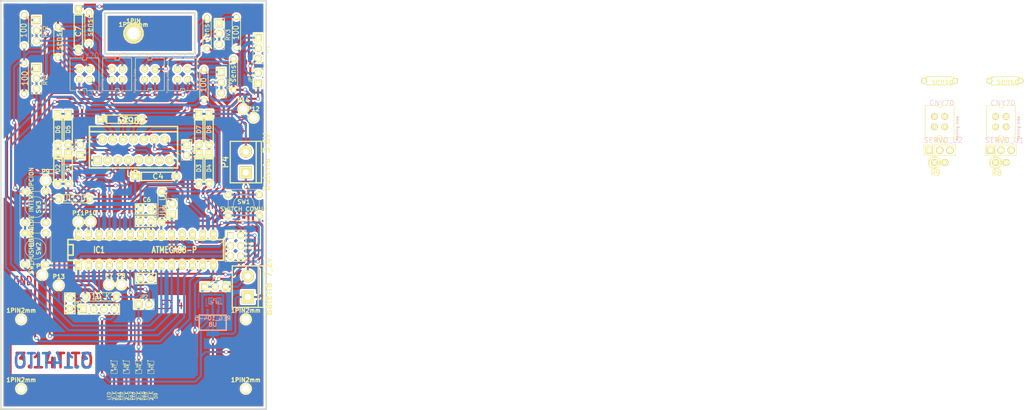
<source format=kicad_pcb>
(kicad_pcb (version 3) (host pcbnew "(2013-mar-13)-testing")
  (layers (15 Front signal) (0 Back signal) (18 B.Paste user) (19 F.Paste user) (20 B.SilkS user) (21 F.SilkS user) (22 B.Mask user) (23 F.Mask user) (28 Edge.Cuts user))
  (net 0 "")
  (net 1 +5V)
  (net 2 +8V)
  (net 3 +BATT)
  (net 4 /ENABLEA)
  (net 5 /ENABLEB)
  (net 6 /IN_1A)
  (net 7 /IN_2A)
  (net 8 /IN_3B)
  (net 9 /IN_4B)
  (net 10 /LED1)
  (net 11 /LED2)
  (net 12 /LED3)
  (net 13 /LED4)
  (net 14 /MOSI)
  (net 15 /MOT_1A)
  (net 16 /MOT_2A)
  (net 17 /MOT_3B)
  (net 18 /MOT_4B)
  (net 19 /RESET)
  (net 20 /RX)
  (net 21 /SCK)
  (net 22 "/SENSOR 1")
  (net 23 "/SENSOR 2")
  (net 24 "/SENSOR 3")
  (net 25 "/SENSOR 4")
  (net 26 "/SENSOR 5")
  (net 27 "/SENSOR 6")
  (net 28 /SERVO)
  (net 29 /TX)
  (net 30 GND)
  (net 31 N-0000013)
  (net 32 N-0000014)
  (net 33 N-0000015)
  (net 34 N-0000016)
  (net 35 N-0000017)
  (net 36 N-0000019)
  (net 37 N-0000020)
  (net 38 N-0000021)
  (net 39 N-0000022)
  (net 40 N-0000023)
  (net 41 N-0000024)
  (net 42 N-0000033)
  (net 43 N-0000034)
  (net 44 N-0000043)
  (net 45 N-0000045)
  (net 46 N-0000046)
  (net 47 N-0000047)
  (net 48 N-000005)
  (net 49 N-0000050)
  (net 50 N-0000051)
  (net 51 N-0000054)
  (net 52 N-000006)
  (net 53 N-000007)
  (net 54 N-000008)
  (module PIN_ARRAY_3X1 (layer Front) (at 271.9 93.6)
    (fp_text reference RV5 (at 0.254 -2.159) (layer F.SilkS) (effects (font (size 1.016 1.016) (thickness 0.1524))))
    (fp_text value POT hide)
    (pad 1 thru_hole rect (at -2.54 0) (size 1.8 1.8) (drill 1.016) (layers *.Cu *.Mask F.SilkS) (net 41 N-0000024))
    (pad 2 thru_hole circle (at 0 0) (size 1.8 1.8) (drill 1.016) (layers *.Cu *.Mask F.SilkS) (net 26 "/SENSOR 5"))
    (pad 3 thru_hole circle (at 2.54 0) (size 1.8 1.8) (drill 1.016) (layers *.Cu *.Mask F.SilkS) (net 26 "/SENSOR 5"))
  )
  (module PIN_ARRAY_3X1 (layer Front) (at 256.9 93.6)
    (fp_text reference RV6 (at 0.254 -2.159) (layer F.SilkS) (effects (font (size 1.016 1.016) (thickness 0.1524))))
    (fp_text value POT hide)
    (pad 1 thru_hole rect (at -2.54 0) (size 1.8 1.8) (drill 1.016) (layers *.Cu *.Mask F.SilkS) (net 40 N-0000023))
    (pad 2 thru_hole circle (at 0 0) (size 1.8 1.8) (drill 1.016) (layers *.Cu *.Mask F.SilkS) (net 27 "/SENSOR 6"))
    (pad 3 thru_hole circle (at 2.54 0) (size 1.8 1.8) (drill 1.016) (layers *.Cu *.Mask F.SilkS) (net 27 "/SENSOR 6"))
  )
  (module cny70-4 (layer Front) (at 271.9 86.6)
    (fp_text reference SERVO_U1 (at 0.889 4.55422) (layer B.SilkS) (effects (font (size 1.27 1.27) (thickness 0.0889))))
    (fp_text value CNY70 (at 0.508 -4.55422) (layer B.SilkS) (effects (font (size 1.27 1.27) (thickness 0.0889))))
    (fp_text user "Marking Area" (at 4.30276 1.65608 270) (layer B.SilkS) (effects (font (size 0.6096 0.6096) (thickness 0.0889))))
    (pad A thru_hole circle (at -1.27 -1.27) (size 1.6 1.6) (drill 0.6096) (layers *.Cu F.Paste F.SilkS F.Mask) (net 52 N-000006))
    (pad C thru_hole circle (at 1.27 1.27) (size 1.6 1.6) (drill 0.6096) (layers *.Cu F.Paste F.SilkS F.Mask) (net 1 +5V))
    (pad E thru_hole circle (at 1.27 -1.27) (size 1.6 1.6) (drill 0.6096) (layers *.Cu F.Paste F.SilkS F.Mask) (net 26 "/SENSOR 5"))
    (pad K thru_hole circle (at -1.27 1.27) (size 1.6 1.6) (drill 0.6096) (layers *.Cu F.Paste F.SilkS F.Mask) (net 30 GND))
  )
  (module cny70-4 (layer Front) (at 256.9 86.6)
    (fp_text reference SERVO_U2 (at 0.889 4.55422) (layer B.SilkS) (effects (font (size 1.27 1.27) (thickness 0.0889))))
    (fp_text value CNY70 (at 0.508 -4.55422) (layer B.SilkS) (effects (font (size 1.27 1.27) (thickness 0.0889))))
    (fp_text user "Marking Area" (at 4.30276 1.65608 270) (layer B.SilkS) (effects (font (size 0.6096 0.6096) (thickness 0.0889))))
    (pad A thru_hole circle (at -1.27 -1.27) (size 1.6 1.6) (drill 0.6096) (layers *.Cu F.Paste F.SilkS F.Mask) (net 48 N-000005))
    (pad C thru_hole circle (at 1.27 1.27) (size 1.6 1.6) (drill 0.6096) (layers *.Cu F.Paste F.SilkS F.Mask) (net 1 +5V))
    (pad E thru_hole circle (at 1.27 -1.27) (size 1.6 1.6) (drill 0.6096) (layers *.Cu F.Paste F.SilkS F.Mask) (net 27 "/SENSOR 6"))
    (pad K thru_hole circle (at -1.27 1.27) (size 1.6 1.6) (drill 0.6096) (layers *.Cu F.Paste F.SilkS F.Mask) (net 30 GND))
  )
  (module R1 (layer Front) (at 256.9 96.6)
    (fp_text reference R9 (at -1.016 2.54) (layer F.SilkS) (effects (font (size 1.397 1.27) (thickness 0.2032))))
    (fp_text value 100 hide)
    (pad 1 thru_hole circle (at -1.27 0) (size 1.7 1.7) (drill 0.8128) (layers *.Cu *.Mask F.SilkS) (net 40 N-0000023))
    (pad 2 thru_hole circle (at 1.27 0) (size 1.7 1.7) (drill 0.8128) (layers *.Cu *.Mask F.SilkS))
  )
  (module R1 (layer Front) (at 271.9 96.6)
    (fp_text reference R8 (at -1.016 2.54) (layer F.SilkS) (effects (font (size 1.397 1.27) (thickness 0.2032))))
    (fp_text value 100 hide)
    (pad 1 thru_hole circle (at -1.27 0) (size 1.7 1.7) (drill 0.8128) (layers *.Cu *.Mask F.SilkS) (net 41 N-0000024))
    (pad 2 thru_hole circle (at 1.27 0) (size 1.7 1.7) (drill 0.8128) (layers *.Cu *.Mask F.SilkS))
  )
  (module R3 (layer Front) (at 272.9 76.6)
    (fp_text reference R1 hide)
    (fp_text value "R sensor" (at 0 0.127) (layer F.SilkS) (effects (font (size 1.397 1.27) (thickness 0.2032))))
    (pad 1 thru_hole circle (at -3.81 0) (size 1.397 1.397) (drill 0.8128) (layers *.Cu *.Mask F.SilkS) (net 52 N-000006))
    (pad 2 thru_hole circle (at 3.81 0) (size 1.397 1.397) (drill 0.8128) (layers *.Cu *.Mask F.SilkS) (net 1 +5V))
  )
  (module R3 (layer Front) (at 256.9 76.6)
    (fp_text reference R2 hide)
    (fp_text value "R sensor" (at 0 0.127) (layer F.SilkS) (effects (font (size 1.397 1.27) (thickness 0.2032))))
    (pad 1 thru_hole circle (at -3.81 0) (size 1.397 1.397) (drill 0.8128) (layers *.Cu *.Mask F.SilkS) (net 48 N-000005))
    (pad 2 thru_hole circle (at 3.81 0) (size 1.397 1.397) (drill 0.8128) (layers *.Cu *.Mask F.SilkS) (net 1 +5V))
  )
  (module SW_PUSH_SMALL (layer Front) (at 35.5 117.7 270)
    (fp_text reference SW2 (at 0 -0.762 270) (layer F.SilkS) (effects (font (size 1.016 1.016) (thickness 0.2032))))
    (fp_text value SW_PUSH_SMALL (at 0 1.016 270) (layer F.SilkS) (effects (font (size 1.016 1.016) (thickness 0.2032))))
    (pad 1 thru_hole circle (at 3.81 -2.54 270) (size 1.7 1.7) (drill 0.8128) (layers *.Cu *.Mask F.SilkS) (net 19 /RESET))
    (pad 2 thru_hole circle (at 3.81 2.54 270) (size 1.7 1.7) (drill 0.8128) (layers *.Cu *.Mask F.SilkS) (net 30 GND))
    (pad 1 thru_hole circle (at -3.81 -2.54 270) (size 1.7 1.7) (drill 0.8128) (layers *.Cu *.Mask F.SilkS) (net 19 /RESET))
    (pad 2 thru_hole circle (at -3.81 2.54 270) (size 1.7 1.7) (drill 0.8128) (layers *.Cu *.Mask F.SilkS) (net 30 GND))
  )
  (module SW_PUSH_SMALL (layer Front) (at 35.5 107.5 270)
    (fp_text reference SW3 (at 0 -0.762 270) (layer F.SilkS) (effects (font (size 1.016 1.016) (thickness 0.2032))))
    (fp_text value "BOTON DE INTERRUPCION" (at 0 1.016 270) (layer F.SilkS) (effects (font (size 1.016 1.016) (thickness 0.2032))))
    (pad 1 thru_hole circle (at 3.81 -2.54 270) (size 1.7 1.7) (drill 0.8128) (layers *.Cu *.Mask F.SilkS) (net 38 N-0000021))
    (pad 2 thru_hole circle (at 3.81 2.54 270) (size 1.7 1.7) (drill 0.8128) (layers *.Cu *.Mask F.SilkS) (net 30 GND))
    (pad 1 thru_hole circle (at -3.81 -2.54 270) (size 1.7 1.7) (drill 0.8128) (layers *.Cu *.Mask F.SilkS) (net 38 N-0000021))
    (pad 2 thru_hole circle (at -3.81 2.54 270) (size 1.7 1.7) (drill 0.8128) (layers *.Cu *.Mask F.SilkS) (net 30 GND))
  )
  (module SW_PUSH_SMALL (layer Front) (at 86.5 107)
    (fp_text reference SW1 (at 0 -0.762) (layer F.SilkS) (effects (font (size 1.016 1.016) (thickness 0.2032))))
    (fp_text value "SWITCH COMUN" (at 0 1.016) (layer F.SilkS) (effects (font (size 1.016 1.016) (thickness 0.2032))))
    (pad 1 thru_hole circle (at 3.81 -2.54) (size 1.7 1.7) (drill 0.8128) (layers *.Cu *.Mask F.SilkS) (net 45 N-0000045))
    (pad 2 thru_hole circle (at 3.81 2.54) (size 1.7 1.7) (drill 0.8128) (layers *.Cu *.Mask F.SilkS) (net 30 GND))
    (pad 1 thru_hole circle (at -3.81 -2.54) (size 1.7 1.7) (drill 0.8128) (layers *.Cu *.Mask F.SilkS) (net 45 N-0000045))
    (pad 2 thru_hole circle (at -3.81 2.54) (size 1.7 1.7) (drill 0.8128) (layers *.Cu *.Mask F.SilkS) (net 30 GND))
  )
  (module SOT223-5 (layer Back) (at 78.9 135.5)
    (fp_text reference U8 (at 0 0.762) (layer B.SilkS) (effects (font (size 1.016 1.016) (thickness 0.2032)) (justify mirror)))
    (fp_text value REG_104-5 (at 0 -0.762) (layer B.SilkS) (effects (font (size 1.016 1.016) (thickness 0.2032)) (justify mirror)))
    (pad 2 smd rect (at -1.27 -2.413) (size 0.59944 1.30048) (layers Back B.Paste B.Mask) (net 1 +5V))
    (pad 1 smd rect (at -2.54 -2.413) (size 0.59944 1.30048) (layers Back B.Paste B.Mask) (net 51 N-0000054))
    (pad 5 smd rect (at 2.54 -2.413) (size 0.59944 1.30048) (layers Back B.Paste B.Mask) (net 51 N-0000054))
    (pad 4 smd rect (at 1.27 -2.413) (size 0.59944 1.30048) (layers Back B.Paste B.Mask) (net 44 N-0000043))
    (pad 3 smd rect (at 0 -2.413) (size 0.59944 1.30048) (layers Back B.Paste B.Mask) (net 30 GND))
    (pad 3 smd rect (at 0 3.048) (size 3.0988 1.19888) (layers Back B.Paste B.Mask) (net 30 GND))
  )
  (module R3 (layer Front) (at 51.5 129.5 180)
    (fp_text reference R14 hide)
    (fp_text value "10 K" (at 0 0.127 180) (layer F.SilkS) (effects (font (size 1.397 1.27) (thickness 0.2032))))
    (pad 1 thru_hole circle (at -3.81 0 180) (size 1.7 1.7) (drill 0.8128) (layers *.Cu *.Mask F.SilkS) (net 1 +5V))
    (pad 2 thru_hole circle (at 3.81 0 180) (size 1.7 1.7) (drill 0.8128) (layers *.Cu *.Mask F.SilkS) (net 19 /RESET))
  )
  (module R3 (layer Front) (at 66.5 107.5 90)
    (fp_text reference R3 hide)
    (fp_text value "PULL UP" (at 0 0.127 90) (layer F.SilkS) (effects (font (size 1.397 1.27) (thickness 0.2032))))
    (pad 1 thru_hole circle (at -3.81 0 90) (size 1.7 1.7) (drill 0.8128) (layers *.Cu *.Mask F.SilkS) (net 1 +5V))
    (pad 2 thru_hole circle (at 3.81 0 90) (size 1.7 1.7) (drill 0.8128) (layers *.Cu *.Mask F.SilkS) (net 45 N-0000045))
  )
  (module R3 (layer Front) (at 45 105.5 180)
    (fp_text reference R19 hide)
    (fp_text value "PULL UP" (at 0 0.127 180) (layer F.SilkS) (effects (font (size 1.397 1.27) (thickness 0.2032))))
    (pad 1 thru_hole circle (at -3.81 0 180) (size 1.7 1.7) (drill 0.8128) (layers *.Cu *.Mask F.SilkS) (net 1 +5V))
    (pad 2 thru_hole circle (at 3.81 0 180) (size 1.7 1.7) (drill 0.8128) (layers *.Cu *.Mask F.SilkS) (net 38 N-0000021))
  )
  (module pin_array_3x2 (layer Front) (at 84.5 117 270)
    (fp_text reference P6 (at 0 -3.81 270) (layer F.SilkS) (effects (font (size 1.016 1.016) (thickness 0.2032))))
    (fp_text value Programador hide)
    (pad 1 thru_hole rect (at -2.54 1.27 270) (size 1.524 1.524) (drill 1.016) (layers *.Cu *.Mask F.SilkS) (net 13 /LED4))
    (pad 2 thru_hole circle (at -2.54 -1.27 270) (size 1.8 1.8) (drill 1.016) (layers *.Cu *.Mask F.SilkS) (net 1 +5V))
    (pad 3 thru_hole circle (at 0 1.27 270) (size 1.8 1.8) (drill 1.016) (layers *.Cu *.Mask F.SilkS) (net 21 /SCK))
    (pad 4 thru_hole circle (at 0 -1.27 270) (size 1.8 1.8) (drill 1.016) (layers *.Cu *.Mask F.SilkS) (net 14 /MOSI))
    (pad 5 thru_hole circle (at 2.54 1.27 270) (size 1.8 1.8) (drill 1.016) (layers *.Cu *.Mask F.SilkS) (net 19 /RESET))
    (pad 6 thru_hole circle (at 2.54 -1.27 270) (size 1.8 1.8) (drill 1.016) (layers *.Cu *.Mask F.SilkS) (net 30 GND))
  )
  (module PIN_ARRAY_3X1 (layer Front) (at 79.5 127)
    (fp_text reference K2 (at 0.254 -2.159) (layer F.SilkS) (effects (font (size 1.016 1.016) (thickness 0.1524))))
    (fp_text value "Jumper con doble posicion" hide)
    (pad 1 thru_hole rect (at -2.54 0) (size 1.8 1.8) (drill 1.016) (layers *.Cu *.Mask F.SilkS) (net 51 N-0000054))
    (pad 2 thru_hole circle (at 0 0) (size 1.8 1.8) (drill 1.016) (layers *.Cu *.Mask F.SilkS) (net 51 N-0000054))
    (pad 3 thru_hole circle (at 2.54 0) (size 1.8 1.8) (drill 1.016) (layers *.Cu *.Mask F.SilkS) (net 2 +8V))
  )
  (module PIN_ARRAY_3X1 (layer Front) (at 80.5 65.1 270)
    (fp_text reference RV3 (at 0.254 -2.159 270) (layer F.SilkS) (effects (font (size 1.016 1.016) (thickness 0.1524))))
    (fp_text value POT hide)
    (pad 1 thru_hole rect (at -2.54 0 270) (size 1.8 1.8) (drill 1.016) (layers *.Cu *.Mask F.SilkS) (net 47 N-0000047))
    (pad 2 thru_hole circle (at 0 0 270) (size 1.8 1.8) (drill 1.016) (layers *.Cu *.Mask F.SilkS) (net 24 "/SENSOR 3"))
    (pad 3 thru_hole circle (at 2.54 0 270) (size 1.8 1.8) (drill 1.016) (layers *.Cu *.Mask F.SilkS) (net 24 "/SENSOR 3"))
  )
  (module PIN_ARRAY_3X1 (layer Front) (at 35.75 76 270)
    (fp_text reference RV1 (at 0.254 -2.159 270) (layer F.SilkS) (effects (font (size 1.016 1.016) (thickness 0.1524))))
    (fp_text value POT hide)
    (pad 1 thru_hole rect (at -2.54 0 270) (size 1.8 1.8) (drill 1.016) (layers *.Cu *.Mask F.SilkS) (net 46 N-0000046))
    (pad 2 thru_hole circle (at 0 0 270) (size 1.8 1.8) (drill 1.016) (layers *.Cu *.Mask F.SilkS) (net 22 "/SENSOR 1"))
    (pad 3 thru_hole circle (at 2.54 0 270) (size 1.8 1.8) (drill 1.016) (layers *.Cu *.Mask F.SilkS) (net 22 "/SENSOR 1"))
  )
  (module PIN_ARRAY_3X1 (layer Front) (at 90.05 68.6 270)
    (fp_text reference K1 (at 0.254 -2.159 270) (layer F.SilkS) (effects (font (size 1.016 1.016) (thickness 0.1524))))
    (fp_text value Servo hide)
    (pad 1 thru_hole rect (at -2.54 0 270) (size 1.8 1.8) (drill 1.016) (layers *.Cu *.Mask F.SilkS) (net 30 GND))
    (pad 2 thru_hole circle (at 0 0 270) (size 1.8 1.8) (drill 1.016) (layers *.Cu *.Mask F.SilkS) (net 28 /SERVO))
    (pad 3 thru_hole circle (at 2.54 0 270) (size 1.8 1.8) (drill 1.016) (layers *.Cu *.Mask F.SilkS) (net 2 +8V))
  )
  (module PIN_ARRAY_3X1 (layer Front) (at 81 77 270)
    (fp_text reference RV4 (at 0.254 -2.159 270) (layer F.SilkS) (effects (font (size 1.016 1.016) (thickness 0.1524))))
    (fp_text value POT hide)
    (pad 1 thru_hole rect (at -2.54 0 270) (size 1.8 1.8) (drill 1.016) (layers *.Cu *.Mask F.SilkS) (net 42 N-0000033))
    (pad 2 thru_hole circle (at 0 0 270) (size 1.8 1.8) (drill 1.016) (layers *.Cu *.Mask F.SilkS) (net 25 "/SENSOR 4"))
    (pad 3 thru_hole circle (at 2.54 0 270) (size 1.8 1.8) (drill 1.016) (layers *.Cu *.Mask F.SilkS) (net 25 "/SENSOR 4"))
  )
  (module PIN_ARRAY_3X1 (layer Front) (at 35.75 64.25 270)
    (fp_text reference RV2 (at 0.254 -2.159 270) (layer F.SilkS) (effects (font (size 1.016 1.016) (thickness 0.1524))))
    (fp_text value POT hide)
    (pad 1 thru_hole rect (at -2.54 0 270) (size 1.8 1.8) (drill 1.016) (layers *.Cu *.Mask F.SilkS) (net 43 N-0000034))
    (pad 2 thru_hole circle (at 0 0 270) (size 1.8 1.8) (drill 1.016) (layers *.Cu *.Mask F.SilkS) (net 23 "/SENSOR 2"))
    (pad 3 thru_hole circle (at 2.54 0 270) (size 1.8 1.8) (drill 1.016) (layers *.Cu *.Mask F.SilkS) (net 23 "/SENSOR 2"))
  )
  (module PIN_ARRAY_2X1 (layer Front) (at 62 131.35)
    (fp_text reference JP2 (at 0 -1.905) (layer F.SilkS) (effects (font (size 0.762 0.762) (thickness 0.1524))))
    (fp_text value JUMPER hide)
    (pad 1 thru_hole rect (at -1.27 0) (size 1.8 1.8) (drill 1.016) (layers *.Cu *.Mask F.SilkS) (net 39 N-0000022))
    (pad 2 thru_hole circle (at 1.27 0) (size 1.8 1.8) (drill 1.016) (layers *.Cu *.Mask F.SilkS) (net 13 /LED4))
  )
  (module PIN_ARRAY_2X1 (layer Front) (at 46.5 93.5 90)
    (fp_text reference P2 (at 0 -1.905 90) (layer F.SilkS) (effects (font (size 0.762 0.762) (thickness 0.1524))))
    (fp_text value "Motor 1" hide)
    (pad 1 thru_hole rect (at -1.27 0 90) (size 1.8 1.8) (drill 1.016) (layers *.Cu *.Mask F.SilkS) (net 16 /MOT_2A))
    (pad 2 thru_hole circle (at 1.27 0 90) (size 1.8 1.8) (drill 1.016) (layers *.Cu *.Mask F.SilkS) (net 15 /MOT_1A))
  )
  (module PIN_ARRAY_2X1 (layer Front) (at 90 76 90)
    (fp_text reference JP1 (at 0 -1.905 90) (layer F.SilkS) (effects (font (size 0.762 0.762) (thickness 0.1524))))
    (fp_text value JUMPER hide)
    (pad 1 thru_hole rect (at -1.27 0 90) (size 1.8 1.8) (drill 1.016) (layers *.Cu *.Mask F.SilkS) (net 14 /MOSI))
    (pad 2 thru_hole circle (at 1.27 0 90) (size 1.8 1.8) (drill 1.016) (layers *.Cu *.Mask F.SilkS) (net 28 /SERVO))
  )
  (module LED-0805 (layer Front) (at 57.75 153.75 270)
    (fp_text reference D12 (at 0 -1.27 270) (layer F.SilkS) (effects (font (size 0.762 0.762) (thickness 0.127))))
    (fp_text value LED (at 0 1.27 270) (layer F.SilkS) (effects (font (size 0.762 0.762) (thickness 0.127))))
    (pad 1 smd rect (at -1.04902 0 270) (size 1.19888 1.19888) (layers Front F.Paste F.Mask) (net 32 N-0000014))
    (pad 2 smd rect (at 1.04902 0 270) (size 1.19888 1.19888) (layers Front F.Paste F.Mask) (net 30 GND))
  )
  (module LED-0805 (layer Front) (at 63.75 153.75 270)
    (fp_text reference D9 (at 0 -1.27 270) (layer F.SilkS) (effects (font (size 0.762 0.762) (thickness 0.127))))
    (fp_text value LED (at 0 1.27 270) (layer F.SilkS) (effects (font (size 0.762 0.762) (thickness 0.127))))
    (pad 1 smd rect (at -1.04902 0 270) (size 1.19888 1.19888) (layers Front F.Paste F.Mask) (net 35 N-0000017))
    (pad 2 smd rect (at 1.04902 0 270) (size 1.19888 1.19888) (layers Front F.Paste F.Mask) (net 30 GND))
  )
  (module LED-0805 (layer Front) (at 54.75 153.75 270)
    (fp_text reference D11 (at 0 -1.27 270) (layer F.SilkS) (effects (font (size 0.762 0.762) (thickness 0.127))))
    (fp_text value LED (at 0 1.27 270) (layer F.SilkS) (effects (font (size 0.762 0.762) (thickness 0.127))))
    (pad 1 smd rect (at -1.04902 0 270) (size 1.19888 1.19888) (layers Front F.Paste F.Mask) (net 33 N-0000015))
    (pad 2 smd rect (at 1.04902 0 270) (size 1.19888 1.19888) (layers Front F.Paste F.Mask) (net 30 GND))
  )
  (module LED-0805 (layer Front) (at 60.75 153.75 270)
    (fp_text reference D10 (at 0 -1.27 270) (layer F.SilkS) (effects (font (size 0.762 0.762) (thickness 0.127))))
    (fp_text value LED (at 0 1.27 270) (layer F.SilkS) (effects (font (size 0.762 0.762) (thickness 0.127))))
    (pad 1 smd rect (at -1.04902 0 270) (size 1.19888 1.19888) (layers Front F.Paste F.Mask) (net 34 N-0000016))
    (pad 2 smd rect (at 1.04902 0 270) (size 1.19888 1.19888) (layers Front F.Paste F.Mask) (net 30 GND))
  )
  (module L298D (layer Front) (at 59.5 93.5)
    (fp_text reference U5 (at -0.254 5.842) (layer F.SilkS) (effects (font (thickness 0.3048))))
    (fp_text value L298D (at -0.508 -7.112) (layer F.SilkS) (effects (font (thickness 0.3048))))
    (pad 1 thru_hole rect (at -8.89 2.54) (size 1.99898 1.99898) (drill 1.016) (layers *.Cu *.Mask F.SilkS) (net 30 GND))
    (pad 2 thru_hole circle (at -7.62 -2.54) (size 1.99898 1.99898) (drill 0.8128) (layers *.Cu *.Mask F.SilkS) (net 15 /MOT_1A))
    (pad 3 thru_hole circle (at -6.35 2.54) (size 1.99898 1.99898) (drill 0.8128) (layers *.Cu *.Mask F.SilkS) (net 16 /MOT_2A))
    (pad 4 thru_hole circle (at -5.08 -2.54) (size 1.99898 1.99898) (drill 0.8128) (layers *.Cu *.Mask F.SilkS) (net 3 +BATT))
    (pad 5 thru_hole circle (at -3.81 2.54) (size 1.99898 1.99898) (drill 0.8128) (layers *.Cu *.Mask F.SilkS) (net 6 /IN_1A))
    (pad 6 thru_hole circle (at -2.54 -2.54) (size 1.99898 1.99898) (drill 0.8128) (layers *.Cu *.Mask F.SilkS) (net 4 /ENABLEA))
    (pad 7 thru_hole circle (at -1.27 2.54) (size 1.99898 1.99898) (drill 0.8128) (layers *.Cu *.Mask F.SilkS) (net 7 /IN_2A))
    (pad 8 thru_hole circle (at 0 -2.54) (size 1.99898 1.99898) (drill 0.8128) (layers *.Cu *.Mask F.SilkS) (net 30 GND))
    (pad 9 thru_hole circle (at 1.27 2.54) (size 1.99898 1.99898) (drill 0.8128) (layers *.Cu *.Mask F.SilkS) (net 1 +5V))
    (pad 10 thru_hole circle (at 2.54 -2.54) (size 1.99898 1.99898) (drill 0.8128) (layers *.Cu *.Mask F.SilkS) (net 8 /IN_3B))
    (pad 11 thru_hole circle (at 3.81 2.54) (size 1.99898 1.99898) (drill 0.8128) (layers *.Cu *.Mask F.SilkS) (net 5 /ENABLEB))
    (pad 12 thru_hole circle (at 5.08 -2.54) (size 1.99898 1.99898) (drill 0.8128) (layers *.Cu *.Mask F.SilkS) (net 9 /IN_4B))
    (pad 13 thru_hole circle (at 6.35 2.54) (size 1.99898 1.99898) (drill 0.8128) (layers *.Cu *.Mask F.SilkS) (net 17 /MOT_3B))
    (pad 14 thru_hole circle (at 7.62 -2.54) (size 1.99898 1.99898) (drill 0.8128) (layers *.Cu *.Mask F.SilkS) (net 18 /MOT_4B))
    (pad 15 thru_hole circle (at 8.89 2.54) (size 1.99898 1.99898) (drill 0.8128) (layers *.Cu *.Mask F.SilkS) (net 30 GND))
  )
  (module DIP-28__300_ELL (layer Front) (at 62.5 118)
    (fp_text reference IC1 (at -11.43 0) (layer F.SilkS) (effects (font (size 1.524 1.143) (thickness 0.3048))))
    (fp_text value ATMEGA88-P (at 6.985 0) (layer F.SilkS) (effects (font (size 1.524 1.143) (thickness 0.3048))))
    (pad 2 thru_hole oval (at -13.97 3.81) (size 1.5748 2.286) (drill 0.8128) (layers *.Cu *.Mask F.SilkS) (net 20 /RX))
    (pad 3 thru_hole oval (at -11.43 3.81) (size 1.5748 2.286) (drill 0.8128) (layers *.Cu *.Mask F.SilkS) (net 29 /TX))
    (pad 4 thru_hole oval (at -8.89 3.81) (size 1.5748 2.286) (drill 0.8128) (layers *.Cu *.Mask F.SilkS) (net 37 N-0000020))
    (pad 5 thru_hole oval (at -6.35 3.81) (size 1.5748 2.286) (drill 0.8128) (layers *.Cu *.Mask F.SilkS) (net 36 N-0000019))
    (pad 6 thru_hole oval (at -3.81 3.81) (size 1.5748 2.286) (drill 0.8128) (layers *.Cu *.Mask F.SilkS) (net 11 /LED2))
    (pad 7 thru_hole oval (at -1.27 3.81) (size 1.5748 2.286) (drill 0.8128) (layers *.Cu *.Mask F.SilkS) (net 1 +5V))
    (pad 8 thru_hole oval (at 1.27 3.81) (size 1.5748 2.286) (drill 0.8128) (layers *.Cu *.Mask F.SilkS) (net 30 GND))
    (pad 9 thru_hole oval (at 3.81 3.81) (size 1.5748 2.286) (drill 0.8128) (layers *.Cu *.Mask F.SilkS) (net 4 /ENABLEA))
    (pad 10 thru_hole oval (at 6.35 3.81) (size 1.5748 2.286) (drill 0.8128) (layers *.Cu *.Mask F.SilkS) (net 5 /ENABLEB))
    (pad 11 thru_hole oval (at 8.89 3.81) (size 1.5748 2.286) (drill 0.8128) (layers *.Cu *.Mask F.SilkS) (net 7 /IN_2A))
    (pad 12 thru_hole oval (at 11.43 3.81) (size 1.5748 2.286) (drill 0.8128) (layers *.Cu *.Mask F.SilkS) (net 6 /IN_1A))
    (pad 13 thru_hole oval (at 13.97 3.81) (size 1.5748 2.286) (drill 0.8128) (layers *.Cu *.Mask F.SilkS) (net 12 /LED3))
    (pad 14 thru_hole oval (at 16.51 3.81) (size 1.5748 2.286) (drill 0.8128) (layers *.Cu *.Mask F.SilkS) (net 10 /LED1))
    (pad 1 thru_hole rect (at -16.51 3.81) (size 1.5748 2.286) (drill 0.8128) (layers *.Cu *.Mask F.SilkS) (net 19 /RESET))
    (pad 15 thru_hole oval (at 16.51 -3.81) (size 1.5748 2.286) (drill 0.8128) (layers *.Cu *.Mask F.SilkS) (net 8 /IN_3B))
    (pad 16 thru_hole oval (at 13.97 -3.81) (size 1.5748 2.286) (drill 0.8128) (layers *.Cu *.Mask F.SilkS) (net 9 /IN_4B))
    (pad 17 thru_hole oval (at 11.43 -3.81) (size 1.5748 2.286) (drill 0.8128) (layers *.Cu *.Mask F.SilkS) (net 14 /MOSI))
    (pad 18 thru_hole oval (at 8.89 -3.81) (size 1.5748 2.286) (drill 0.8128) (layers *.Cu *.Mask F.SilkS) (net 13 /LED4))
    (pad 19 thru_hole oval (at 6.35 -3.81) (size 1.5748 2.286) (drill 0.8128) (layers *.Cu *.Mask F.SilkS) (net 21 /SCK))
    (pad 20 thru_hole oval (at 3.81 -3.81) (size 1.5748 2.286) (drill 0.8128) (layers *.Cu *.Mask F.SilkS) (net 1 +5V))
    (pad 21 thru_hole oval (at 1.27 -3.81) (size 1.5748 2.286) (drill 0.8128) (layers *.Cu *.Mask F.SilkS) (net 31 N-0000013))
    (pad 22 thru_hole oval (at -1.27 -3.81) (size 1.5748 2.286) (drill 0.8128) (layers *.Cu *.Mask F.SilkS) (net 30 GND))
    (pad 23 thru_hole oval (at -3.81 -3.81) (size 1.5748 2.286) (drill 0.8128) (layers *.Cu *.Mask F.SilkS) (net 25 "/SENSOR 4"))
    (pad 24 thru_hole oval (at -6.35 -3.81) (size 1.5748 2.286) (drill 0.8128) (layers *.Cu *.Mask F.SilkS) (net 24 "/SENSOR 3"))
    (pad 25 thru_hole oval (at -8.89 -3.81) (size 1.5748 2.286) (drill 0.8128) (layers *.Cu *.Mask F.SilkS) (net 23 "/SENSOR 2"))
    (pad 26 thru_hole oval (at -11.43 -3.81) (size 1.5748 2.286) (drill 0.8128) (layers *.Cu *.Mask F.SilkS) (net 22 "/SENSOR 1"))
    (pad 27 thru_hole oval (at -13.97 -3.81) (size 1.5748 2.286) (drill 0.8128) (layers *.Cu *.Mask F.SilkS) (net 26 "/SENSOR 5"))
    (pad 28 thru_hole oval (at -16.51 -3.81) (size 1.5748 2.286) (drill 0.8128) (layers *.Cu *.Mask F.SilkS) (net 27 "/SENSOR 6"))
  )
  (module D3 (layer Front) (at 43.5 88.5 90)
    (fp_text reference D5 (at 0 0 90) (layer F.SilkS) (effects (font (size 1.016 1.016) (thickness 0.2032))))
    (fp_text value DIODE hide)
    (pad 2 thru_hole rect (at 3.81 0 90) (size 1.7 1.7) (drill 0.8128) (layers *.Cu *.Mask F.SilkS) (net 3 +BATT))
    (pad 1 thru_hole circle (at -3.81 0 90) (size 1.7 1.7) (drill 0.8128) (layers *.Cu *.Mask F.SilkS) (net 15 /MOT_1A))
  )
  (module D3 (layer Front) (at 75.5 88.5 90)
    (fp_text reference D7 (at 0 0 90) (layer F.SilkS) (effects (font (size 1.016 1.016) (thickness 0.2032))))
    (fp_text value DIODE hide)
    (pad 2 thru_hole rect (at 3.81 0 90) (size 1.7 1.7) (drill 0.8128) (layers *.Cu *.Mask F.SilkS) (net 3 +BATT))
    (pad 1 thru_hole circle (at -3.81 0 90) (size 1.7 1.7) (drill 0.8128) (layers *.Cu *.Mask F.SilkS) (net 17 /MOT_3B))
  )
  (module D3 (layer Front) (at 75.5 98 90)
    (fp_text reference D3 (at 0 0 90) (layer F.SilkS) (effects (font (size 1.016 1.016) (thickness 0.2032))))
    (fp_text value DIODE hide)
    (pad 2 thru_hole rect (at 3.81 0 90) (size 1.7 1.7) (drill 0.8128) (layers *.Cu *.Mask F.SilkS) (net 17 /MOT_3B))
    (pad 1 thru_hole circle (at -3.81 0 90) (size 1.7 1.7) (drill 0.8128) (layers *.Cu *.Mask F.SilkS) (net 30 GND))
  )
  (module D3 (layer Front) (at 78 98 90)
    (fp_text reference D4 (at 0 0 90) (layer F.SilkS) (effects (font (size 1.016 1.016) (thickness 0.2032))))
    (fp_text value DIODE hide)
    (pad 2 thru_hole rect (at 3.81 0 90) (size 1.7 1.7) (drill 0.8128) (layers *.Cu *.Mask F.SilkS) (net 18 /MOT_4B))
    (pad 1 thru_hole circle (at -3.81 0 90) (size 1.7 1.7) (drill 0.8128) (layers *.Cu *.Mask F.SilkS) (net 30 GND))
  )
  (module D3 (layer Front) (at 78 88.5 90)
    (fp_text reference D8 (at 0 0 90) (layer F.SilkS) (effects (font (size 1.016 1.016) (thickness 0.2032))))
    (fp_text value DIODE hide)
    (pad 2 thru_hole rect (at 3.81 0 90) (size 1.7 1.7) (drill 0.8128) (layers *.Cu *.Mask F.SilkS) (net 3 +BATT))
    (pad 1 thru_hole circle (at -3.81 0 90) (size 1.7 1.7) (drill 0.8128) (layers *.Cu *.Mask F.SilkS) (net 18 /MOT_4B))
  )
  (module D3 (layer Front) (at 43.5 98 90)
    (fp_text reference D1 (at 0 0 90) (layer F.SilkS) (effects (font (size 1.016 1.016) (thickness 0.2032))))
    (fp_text value DIODE hide)
    (pad 2 thru_hole rect (at 3.81 0 90) (size 1.7 1.7) (drill 0.8128) (layers *.Cu *.Mask F.SilkS) (net 15 /MOT_1A))
    (pad 1 thru_hole circle (at -3.81 0 90) (size 1.7 1.7) (drill 0.8128) (layers *.Cu *.Mask F.SilkS) (net 30 GND))
  )
  (module D3 (layer Front) (at 41 98 90)
    (fp_text reference D2 (at 0 0 90) (layer F.SilkS) (effects (font (size 1.016 1.016) (thickness 0.2032))))
    (fp_text value DIODE hide)
    (pad 2 thru_hole rect (at 3.81 0 90) (size 1.7 1.7) (drill 0.8128) (layers *.Cu *.Mask F.SilkS) (net 16 /MOT_2A))
    (pad 1 thru_hole circle (at -3.81 0 90) (size 1.7 1.7) (drill 0.8128) (layers *.Cu *.Mask F.SilkS) (net 30 GND))
  )
  (module D3 (layer Front) (at 41 88.5 90)
    (fp_text reference D6 (at 0 0 90) (layer F.SilkS) (effects (font (size 1.016 1.016) (thickness 0.2032))))
    (fp_text value DIODE hide)
    (pad 2 thru_hole rect (at 3.81 0 90) (size 1.7 1.7) (drill 0.8128) (layers *.Cu *.Mask F.SilkS) (net 3 +BATT))
    (pad 1 thru_hole circle (at -3.81 0 90) (size 1.7 1.7) (drill 0.8128) (layers *.Cu *.Mask F.SilkS) (net 16 /MOT_2A))
  )
  (module CP4 (layer Front) (at 46 64 270)
    (fp_text reference C7 (at 0.508 0 270) (layer F.SilkS) (effects (font (size 1.27 1.397) (thickness 0.254))))
    (fp_text value 100uF hide)
    (pad 1 thru_hole rect (at -5.08 0 270) (size 1.7 1.7) (drill 0.8128) (layers *.Cu *.Mask F.SilkS) (net 2 +8V))
    (pad 2 thru_hole circle (at 5.08 0 270) (size 1.7 1.7) (drill 0.8128) (layers *.Cu *.Mask F.SilkS) (net 30 GND))
  )
  (module CP4 (layer Front) (at 65 100)
    (fp_text reference C4 (at 0.508 0) (layer F.SilkS) (effects (font (size 1.27 1.397) (thickness 0.254))))
    (fp_text value "220 uF" hide)
    (pad 1 thru_hole rect (at -5.08 0) (size 1.7 1.7) (drill 0.8128) (layers *.Cu *.Mask F.SilkS) (net 1 +5V))
    (pad 2 thru_hole circle (at 5.08 0) (size 1.7 1.7) (drill 0.8128) (layers *.Cu *.Mask F.SilkS) (net 30 GND))
  )
  (module CP4 (layer Front) (at 56.5 86)
    (fp_text reference C2 (at 0.508 0) (layer F.SilkS) (effects (font (size 1.27 1.397) (thickness 0.254))))
    (fp_text value "1000 uF" hide)
    (pad 1 thru_hole rect (at -5.08 0) (size 1.7 1.7) (drill 0.8128) (layers *.Cu *.Mask F.SilkS) (net 3 +BATT))
    (pad 2 thru_hole circle (at 5.08 0) (size 1.7 1.7) (drill 0.8128) (layers *.Cu *.Mask F.SilkS) (net 30 GND))
  )
  (module cny70-4 (layer Front) (at 63.5 75)
    (fp_text reference U4 (at 0.889 4.55422) (layer B.SilkS) (effects (font (size 1.27 1.27) (thickness 0.0889))))
    (fp_text value CNY70 (at 0.508 -4.55422) (layer B.SilkS) (effects (font (size 1.27 1.27) (thickness 0.0889))))
    (fp_text user "Marking Area" (at 4.30276 1.65608 270) (layer B.SilkS) (effects (font (size 0.6096 0.6096) (thickness 0.0889))))
    (pad A thru_hole circle (at -1.27 -1.27) (size 1.6 1.6) (drill 0.6096) (layers *.Cu F.Paste F.SilkS F.Mask) (net 53 N-000007))
    (pad C thru_hole circle (at 1.27 1.27) (size 1.6 1.6) (drill 0.6096) (layers *.Cu F.Paste F.SilkS F.Mask) (net 1 +5V))
    (pad E thru_hole circle (at 1.27 -1.27) (size 1.6 1.6) (drill 0.6096) (layers *.Cu F.Paste F.SilkS F.Mask) (net 24 "/SENSOR 3"))
    (pad K thru_hole circle (at -1.27 1.27) (size 1.6 1.6) (drill 0.6096) (layers *.Cu F.Paste F.SilkS F.Mask) (net 30 GND))
  )
  (module cny70-4 (layer Front) (at 47.5 75)
    (fp_text reference U3 (at 0.889 4.55422) (layer B.SilkS) (effects (font (size 1.27 1.27) (thickness 0.0889))))
    (fp_text value CNY70 (at 0.508 -4.55422) (layer B.SilkS) (effects (font (size 1.27 1.27) (thickness 0.0889))))
    (fp_text user "Marking Area" (at 4.30276 1.65608 270) (layer B.SilkS) (effects (font (size 0.6096 0.6096) (thickness 0.0889))))
    (pad A thru_hole circle (at -1.27 -1.27) (size 1.6 1.6) (drill 0.6096) (layers *.Cu F.Paste F.SilkS F.Mask) (net 54 N-000008))
    (pad C thru_hole circle (at 1.27 1.27) (size 1.6 1.6) (drill 0.6096) (layers *.Cu F.Paste F.SilkS F.Mask) (net 1 +5V))
    (pad E thru_hole circle (at 1.27 -1.27) (size 1.6 1.6) (drill 0.6096) (layers *.Cu F.Paste F.SilkS F.Mask) (net 22 "/SENSOR 1"))
    (pad K thru_hole circle (at -1.27 1.27) (size 1.6 1.6) (drill 0.6096) (layers *.Cu F.Paste F.SilkS F.Mask) (net 30 GND))
  )
  (module cny70-4 (layer Front) (at 71.5 75)
    (fp_text reference U7 (at 0.889 4.55422) (layer B.SilkS) (effects (font (size 1.27 1.27) (thickness 0.0889))))
    (fp_text value CNY70 (at 0.508 -4.55422) (layer B.SilkS) (effects (font (size 1.27 1.27) (thickness 0.0889))))
    (fp_text user "Marking Area" (at 4.30276 1.65608 270) (layer B.SilkS) (effects (font (size 0.6096 0.6096) (thickness 0.0889))))
    (pad A thru_hole circle (at -1.27 -1.27) (size 1.6 1.6) (drill 0.6096) (layers *.Cu F.Paste F.SilkS F.Mask) (net 49 N-0000050))
    (pad C thru_hole circle (at 1.27 1.27) (size 1.6 1.6) (drill 0.6096) (layers *.Cu F.Paste F.SilkS F.Mask) (net 1 +5V))
    (pad E thru_hole circle (at 1.27 -1.27) (size 1.6 1.6) (drill 0.6096) (layers *.Cu F.Paste F.SilkS F.Mask) (net 25 "/SENSOR 4"))
    (pad K thru_hole circle (at -1.27 1.27) (size 1.6 1.6) (drill 0.6096) (layers *.Cu F.Paste F.SilkS F.Mask) (net 30 GND))
  )
  (module cny70-4 (layer Front) (at 55.5 75)
    (fp_text reference U6 (at 0.889 4.55422) (layer B.SilkS) (effects (font (size 1.27 1.27) (thickness 0.0889))))
    (fp_text value CNY70 (at 0.508 -4.55422) (layer B.SilkS) (effects (font (size 1.27 1.27) (thickness 0.0889))))
    (fp_text user "Marking Area" (at 4.30276 1.65608 270) (layer B.SilkS) (effects (font (size 0.6096 0.6096) (thickness 0.0889))))
    (pad A thru_hole circle (at -1.27 -1.27) (size 1.6 1.6) (drill 0.6096) (layers *.Cu F.Paste F.SilkS F.Mask) (net 50 N-0000051))
    (pad C thru_hole circle (at 1.27 1.27) (size 1.6 1.6) (drill 0.6096) (layers *.Cu F.Paste F.SilkS F.Mask) (net 1 +5V))
    (pad E thru_hole circle (at 1.27 -1.27) (size 1.6 1.6) (drill 0.6096) (layers *.Cu F.Paste F.SilkS F.Mask) (net 23 "/SENSOR 2"))
    (pad K thru_hole circle (at -1.27 1.27) (size 1.6 1.6) (drill 0.6096) (layers *.Cu F.Paste F.SilkS F.Mask) (net 30 GND))
  )
  (module C1 (layer Front) (at 62.5 125)
    (fp_text reference C1 (at 0.254 -2.286) (layer F.SilkS) (effects (font (size 1.016 1.016) (thickness 0.2032))))
    (fp_text value "100 nF" hide)
    (pad 1 thru_hole circle (at -1.27 0) (size 1.7 1.7) (drill 0.8128) (layers *.Cu *.Mask F.SilkS) (net 1 +5V))
    (pad 2 thru_hole circle (at 1.27 0) (size 1.7 1.7) (drill 0.8128) (layers *.Cu *.Mask F.SilkS) (net 30 GND))
  )
  (module C1 (layer Front) (at 62.5 111 180)
    (fp_text reference C8 (at 0.254 -2.286 180) (layer F.SilkS) (effects (font (size 1.016 1.016) (thickness 0.2032))))
    (fp_text value 100nF hide)
    (pad 1 thru_hole circle (at -1.27 0 180) (size 1.7 1.7) (drill 0.8128) (layers *.Cu *.Mask F.SilkS) (net 31 N-0000013))
    (pad 2 thru_hole circle (at 1.27 0 180) (size 1.7 1.7) (drill 0.8128) (layers *.Cu *.Mask F.SilkS) (net 30 GND))
  )
  (module C1 (layer Front) (at 43.9 131.1 270)
    (fp_text reference C3 (at 0.254 -2.286 270) (layer F.SilkS) (effects (font (size 1.016 1.016) (thickness 0.2032))))
    (fp_text value 100n hide)
    (pad 1 thru_hole circle (at -1.27 0 270) (size 1.7 1.7) (drill 0.8128) (layers *.Cu *.Mask F.SilkS) (net 19 /RESET))
    (pad 2 thru_hole circle (at 1.27 0 270) (size 1.7 1.7) (drill 0.8128) (layers *.Cu *.Mask F.SilkS) (net 30 GND))
  )
  (module C1 (layer Front) (at 62.5 108)
    (fp_text reference C6 (at 0.254 -2.286) (layer F.SilkS) (effects (font (size 1.016 1.016) (thickness 0.2032))))
    (fp_text value 100nF hide)
    (pad 1 thru_hole circle (at -1.27 0) (size 1.7 1.7) (drill 0.8128) (layers *.Cu *.Mask F.SilkS) (net 30 GND))
    (pad 2 thru_hole circle (at 1.27 0) (size 1.7 1.7) (drill 0.8128) (layers *.Cu *.Mask F.SilkS) (net 1 +5V))
  )
  (module bornier2 (layer Front) (at 87 96.5 90)
    (fp_text reference P4 (at 0 -5.08 90) (layer F.SilkS) (effects (font (thickness 0.3048))))
    (fp_text value "Bateria 3,6V" (at 0 5.08 90) (layer F.SilkS) (effects (font (thickness 0.3048))))
    (pad 1 thru_hole rect (at -2.54 0 90) (size 3 3) (drill 1.524) (layers *.Cu *.Mask F.SilkS) (net 51 N-0000054))
    (pad 2 thru_hole circle (at 2.54 0 90) (size 3 3) (drill 1.524) (layers *.Cu *.Mask F.SilkS) (net 3 +BATT))
  )
  (module PIN_ARRAY_2X1 (layer Front) (at 72.5 93.5 270)
    (fp_text reference P3 (at 0 -1.905 270) (layer F.SilkS) (effects (font (size 0.762 0.762) (thickness 0.1524))))
    (fp_text value "Motor 2" hide)
    (pad 1 thru_hole rect (at -1.27 0 270) (size 1.8 1.8) (drill 1.016) (layers *.Cu *.Mask F.SilkS) (net 18 /MOT_4B))
    (pad 2 thru_hole circle (at 1.27 0 270) (size 1.8 1.8) (drill 1.016) (layers *.Cu *.Mask F.SilkS) (net 17 /MOT_3B))
  )
  (module bornier2 (layer Front) (at 87.5 127 90)
    (fp_text reference P5 (at 0 -5.08 90) (layer F.SilkS) (effects (font (thickness 0.3048))))
    (fp_text value "Bateria 7,2V" (at 0 5.08 90) (layer F.SilkS) (effects (font (thickness 0.3048))))
    (pad 1 thru_hole rect (at -2.54 0 90) (size 3 3) (drill 1.524) (layers *.Cu *.Mask F.SilkS) (net 30 GND))
    (pad 2 thru_hole circle (at 2.54 0 90) (size 3 3) (drill 1.524) (layers *.Cu *.Mask F.SilkS) (net 2 +8V))
  )
  (module PIN_ARRAY_4x1 (layer Front) (at 51 132.5)
    (fp_text reference P1 (at 0 -2.54) (layer F.SilkS) (effects (font (size 1.016 1.016) (thickness 0.2032))))
    (fp_text value "Puerto Serie" hide)
    (pad 1 thru_hole rect (at -3.81 0) (size 1.8 1.8) (drill 1.016) (layers *.Cu *.Mask F.SilkS) (net 30 GND))
    (pad 2 thru_hole circle (at -1.27 0) (size 1.8 1.8) (drill 1.016) (layers *.Cu *.Mask F.SilkS) (net 20 /RX))
    (pad 3 thru_hole circle (at 1.27 0) (size 1.8 1.8) (drill 1.016) (layers *.Cu *.Mask F.SilkS) (net 29 /TX))
    (pad 4 thru_hole circle (at 3.81 0) (size 1.8 1.8) (drill 1.016) (layers *.Cu *.Mask F.SilkS) (net 1 +5V))
  )
  (module 1pin (layer Front) (at 59.5 65)
    (fp_text reference 1PIN (at 0 -3.048) (layer F.SilkS) (effects (font (size 1.016 1.016) (thickness 0.254))))
    (fp_text value P*** hide)
    (pad 1 thru_hole circle (at 0 0) (size 4.064 4.064) (drill 3.048) (layers *.Cu *.Mask F.SilkS))
  )
  (module 1PIN2mm (layer Front) (at 56.5 126.5)
    (fp_text reference P8 (at 0 -2.159) (layer F.SilkS) (effects (font (size 1.016 1.016) (thickness 0.254))))
    (fp_text value CONN_1 hide)
    (pad 1 thru_hole circle (at 0 0) (size 2 2) (drill 2) (layers *.Cu *.Mask F.SilkS) (net 36 N-0000019))
  )
  (module 1PIN2mm (layer Front) (at 53.5 126.5)
    (fp_text reference P7 (at 0 -2.159) (layer F.SilkS) (effects (font (size 1.016 1.016) (thickness 0.254))))
    (fp_text value CONN_1 hide)
    (pad 1 thru_hole circle (at 0 0) (size 2 2) (drill 2) (layers *.Cu *.Mask F.SilkS) (net 37 N-0000020))
  )
  (module 1PIN2mm (layer Front) (at 38 101)
    (fp_text reference P9 (at 0 -2.159) (layer F.SilkS) (effects (font (size 1.016 1.016) (thickness 0.254))))
    (fp_text value CONN_1 hide)
    (pad 1 thru_hole circle (at 0 0) (size 2 2) (drill 2) (layers *.Cu *.Mask F.SilkS) (net 38 N-0000021))
  )
  (module 1PIN2mm (layer Front) (at 32 135)
    (fp_text reference 1PIN2mm (at 0 -2.159) (layer F.SilkS) (effects (font (size 1.016 1.016) (thickness 0.254))))
    (fp_text value P*** hide)
    (pad 1 thru_hole circle (at 0 0) (size 2 2) (drill 2) (layers *.Cu *.Mask F.SilkS))
  )
  (module 1PIN2mm (layer Front) (at 32 152)
    (fp_text reference 1PIN2mm (at 0 -2.159) (layer F.SilkS) (effects (font (size 1.016 1.016) (thickness 0.254))))
    (fp_text value P*** hide)
    (pad 1 thru_hole circle (at 0 0) (size 2 2) (drill 2) (layers *.Cu *.Mask F.SilkS))
  )
  (module 1PIN2mm (layer Front) (at 87 152)
    (fp_text reference 1PIN2mm (at 0 -2.159) (layer F.SilkS) (effects (font (size 1.016 1.016) (thickness 0.254))))
    (fp_text value P*** hide)
    (pad 1 thru_hole circle (at 0 0) (size 2 2) (drill 2) (layers *.Cu *.Mask F.SilkS))
  )
  (module 1PIN2mm (layer Front) (at 87 135)
    (fp_text reference 1PIN2mm (at 0 -2.159) (layer F.SilkS) (effects (font (size 1.016 1.016) (thickness 0.254))))
    (fp_text value P*** hide)
    (pad 1 thru_hole circle (at 0 0) (size 2 2) (drill 2) (layers *.Cu *.Mask F.SilkS))
  )
  (module 1PIN2mm (layer Front) (at 59.5 65)
    (fp_text reference 1PIN2mm (at 0 -2.159) (layer F.SilkS) (effects (font (size 1.016 1.016) (thickness 0.254))))
    (fp_text value P*** hide)
    (pad 1 thru_hole circle (at 0 0) (size 2 2) (drill 2) (layers *.Cu *.Mask F.SilkS))
  )
  (module PIN_ARRAY_2X1 (layer Front) (at 69 108 90)
    (fp_text reference JP3 (at 0 -1.905 90) (layer F.SilkS) (effects (font (size 0.762 0.762) (thickness 0.1524))))
    (fp_text value JUMPER hide)
    (pad 1 thru_hole rect (at -1.27 0 90) (size 1.8 1.8) (drill 1.016) (layers *.Cu *.Mask F.SilkS) (net 21 /SCK))
    (pad 2 thru_hole circle (at 1.27 0 90) (size 1.8 1.8) (drill 1.016) (layers *.Cu *.Mask F.SilkS) (net 45 N-0000045))
  )
  (module SM0805 (layer Back) (at 79.4 130.5 180)
    (fp_text reference C5 (at 0 0.3175 180) (layer B.SilkS) (effects (font (size 0.50038 0.50038) (thickness 0.10922)) (justify mirror)))
    (fp_text value "10 nF" (at 0 -0.381 180) (layer B.SilkS) (effects (font (size 0.50038 0.50038) (thickness 0.10922)) (justify mirror)))
    (pad 1 smd rect (at -0.9525 0 180) (size 0.889 1.397) (layers Back B.Paste B.Mask) (net 44 N-0000043))
    (pad 2 smd rect (at 0.9525 0 180) (size 0.889 1.397) (layers Back B.Paste B.Mask) (net 30 GND))
  )
  (module R3 (layer Front) (at 48.6 63.7 90)
    (fp_text reference R12 hide)
    (fp_text value "R sensor" (at 0 0.127 90) (layer F.SilkS) (effects (font (size 1.397 1.27) (thickness 0.2032))))
    (pad 1 thru_hole circle (at -3.81 0 90) (size 1.397 1.397) (drill 0.8128) (layers *.Cu *.Mask F.SilkS) (net 50 N-0000051))
    (pad 2 thru_hole circle (at 3.81 0 90) (size 1.397 1.397) (drill 0.8128) (layers *.Cu *.Mask F.SilkS) (net 1 +5V))
  )
  (module R3 (layer Front) (at 84 75 270)
    (fp_text reference R13 hide)
    (fp_text value "R sensor" (at 0 0.127 270) (layer F.SilkS) (effects (font (size 1.397 1.27) (thickness 0.2032))))
    (pad 1 thru_hole circle (at -3.81 0 270) (size 1.397 1.397) (drill 0.8128) (layers *.Cu *.Mask F.SilkS) (net 49 N-0000050))
    (pad 2 thru_hole circle (at 3.81 0 270) (size 1.397 1.397) (drill 0.8128) (layers *.Cu *.Mask F.SilkS) (net 1 +5V))
  )
  (module R3 (layer Front) (at 41 67.1 90)
    (fp_text reference R10 hide)
    (fp_text value "R sensor" (at 0 0.127 90) (layer F.SilkS) (effects (font (size 1.397 1.27) (thickness 0.2032))))
    (pad 1 thru_hole circle (at -3.81 0 90) (size 1.397 1.397) (drill 0.8128) (layers *.Cu *.Mask F.SilkS) (net 54 N-000008))
    (pad 2 thru_hole circle (at 3.81 0 90) (size 1.397 1.397) (drill 0.8128) (layers *.Cu *.Mask F.SilkS) (net 1 +5V))
  )
  (module R3 (layer Front) (at 77.5 64.9 270)
    (fp_text reference R11 hide)
    (fp_text value "R sensor" (at 0 0.127 270) (layer F.SilkS) (effects (font (size 1.397 1.27) (thickness 0.2032))))
    (pad 1 thru_hole circle (at -3.81 0 270) (size 1.397 1.397) (drill 0.8128) (layers *.Cu *.Mask F.SilkS) (net 53 N-000007))
    (pad 2 thru_hole circle (at 3.81 0 270) (size 1.397 1.397) (drill 0.8128) (layers *.Cu *.Mask F.SilkS) (net 1 +5V))
  )
  (module R3 (layer Front) (at 76.75 77.6 270)
    (fp_text reference R7 hide)
    (fp_text value 100 (at 0 0.127 270) (layer F.SilkS) (effects (font (size 1.397 1.27) (thickness 0.2032))))
    (pad 1 thru_hole circle (at -3.81 0 270) (size 1.397 1.397) (drill 0.8128) (layers *.Cu *.Mask F.SilkS) (net 42 N-0000033))
    (pad 2 thru_hole circle (at 3.81 0 270) (size 1.397 1.397) (drill 0.8128) (layers *.Cu *.Mask F.SilkS) (net 30 GND))
  )
  (module R3 (layer Front) (at 32.75 76 90)
    (fp_text reference R4 hide)
    (fp_text value 100 (at 0 0.127 90) (layer F.SilkS) (effects (font (size 1.397 1.27) (thickness 0.2032))))
    (pad 1 thru_hole circle (at -3.81 0 90) (size 1.397 1.397) (drill 0.8128) (layers *.Cu *.Mask F.SilkS) (net 46 N-0000046))
    (pad 2 thru_hole circle (at 3.81 0 90) (size 1.397 1.397) (drill 0.8128) (layers *.Cu *.Mask F.SilkS) (net 30 GND))
  )
  (module R3 (layer Front) (at 32.75 64.25 270)
    (fp_text reference R5 hide)
    (fp_text value 100 (at 0 0.127 270) (layer F.SilkS) (effects (font (size 1.397 1.27) (thickness 0.2032))))
    (pad 1 thru_hole circle (at -3.81 0 270) (size 1.397 1.397) (drill 0.8128) (layers *.Cu *.Mask F.SilkS) (net 43 N-0000034))
    (pad 2 thru_hole circle (at 3.81 0 270) (size 1.397 1.397) (drill 0.8128) (layers *.Cu *.Mask F.SilkS) (net 30 GND))
  )
  (module R3 (layer Front) (at 84.7 64.8 270)
    (fp_text reference R6 hide)
    (fp_text value 100 (at 0 0.127 270) (layer F.SilkS) (effects (font (size 1.397 1.27) (thickness 0.2032))))
    (pad 1 thru_hole circle (at -3.81 0 270) (size 1.397 1.397) (drill 0.8128) (layers *.Cu *.Mask F.SilkS) (net 47 N-0000047))
    (pad 2 thru_hole circle (at 3.81 0 270) (size 1.397 1.397) (drill 0.8128) (layers *.Cu *.Mask F.SilkS) (net 30 GND))
  )
  (module SM0805 (layer Front) (at 63.75 146.75 270)
    (fp_text reference R15 (at 0 -0.3175 270) (layer F.SilkS) (effects (font (size 0.50038 0.50038) (thickness 0.10922))))
    (fp_text value "R led" (at 0 0.381 270) (layer F.SilkS) (effects (font (size 0.50038 0.50038) (thickness 0.10922))))
    (pad 1 smd rect (at -0.9525 0 270) (size 0.889 1.397) (layers Front F.Paste F.Mask) (net 10 /LED1))
    (pad 2 smd rect (at 0.9525 0 270) (size 0.889 1.397) (layers Front F.Paste F.Mask) (net 35 N-0000017))
  )
  (module SM0805 (layer Front) (at 60.75 146.75 270)
    (fp_text reference R16 (at 0 -0.3175 270) (layer F.SilkS) (effects (font (size 0.50038 0.50038) (thickness 0.10922))))
    (fp_text value "R led" (at 0 0.381 270) (layer F.SilkS) (effects (font (size 0.50038 0.50038) (thickness 0.10922))))
    (pad 1 smd rect (at -0.9525 0 270) (size 0.889 1.397) (layers Front F.Paste F.Mask) (net 39 N-0000022))
    (pad 2 smd rect (at 0.9525 0 270) (size 0.889 1.397) (layers Front F.Paste F.Mask) (net 34 N-0000016))
  )
  (module SM0805 (layer Front) (at 54.75 146.75 270)
    (fp_text reference R17 (at 0 -0.3175 270) (layer F.SilkS) (effects (font (size 0.50038 0.50038) (thickness 0.10922))))
    (fp_text value "R led" (at 0 0.381 270) (layer F.SilkS) (effects (font (size 0.50038 0.50038) (thickness 0.10922))))
    (pad 1 smd rect (at -0.9525 0 270) (size 0.889 1.397) (layers Front F.Paste F.Mask) (net 11 /LED2))
    (pad 2 smd rect (at 0.9525 0 270) (size 0.889 1.397) (layers Front F.Paste F.Mask) (net 33 N-0000015))
  )
  (module SM0805 (layer Front) (at 57.75 146.75 270)
    (fp_text reference R18 (at 0 -0.3175 270) (layer F.SilkS) (effects (font (size 0.50038 0.50038) (thickness 0.10922))))
    (fp_text value "R led" (at 0 0.381 270) (layer F.SilkS) (effects (font (size 0.50038 0.50038) (thickness 0.10922))))
    (pad 1 smd rect (at -0.9525 0 270) (size 0.889 1.397) (layers Front F.Paste F.Mask) (net 12 /LED3))
    (pad 2 smd rect (at 0.9525 0 270) (size 0.889 1.397) (layers Front F.Paste F.Mask) (net 32 N-0000014))
  )
  (module 1PIN2mm (layer Front) (at 49 111.1)
    (fp_text reference P10 (at 0 -2.159) (layer F.SilkS) (effects (font (size 1.016 1.016) (thickness 0.254))))
    (fp_text value CONN_1 hide)
    (pad 1 thru_hole circle (at 0 0) (size 2 2) (drill 2) (layers *.Cu *.Mask F.SilkS) (net 26 "/SENSOR 5"))
  )
  (module 1PIN2mm (layer Front) (at 46 111.15)
    (fp_text reference P11 (at 0 -2.159) (layer F.SilkS) (effects (font (size 1.016 1.016) (thickness 0.254))))
    (fp_text value CONN_1 hide)
    (pad 1 thru_hole circle (at 0 0) (size 2 2) (drill 2) (layers *.Cu *.Mask F.SilkS) (net 27 "/SENSOR 6"))
  )
  (module 1PIN2mm (layer Front) (at 37.15 124.15)
    (fp_text reference P15 (at 0 -2.159) (layer F.SilkS) (effects (font (size 1.016 1.016) (thickness 0.254))))
    (fp_text value CONN_1 hide)
    (pad 1 thru_hole circle (at 0 0) (size 2 2) (drill 2) (layers *.Cu *.Mask F.SilkS) (net 30 GND))
  )
  (module 1PIN2mm (layer Front) (at 41.2 126.7)
    (fp_text reference P13 (at 0 -2.159) (layer F.SilkS) (effects (font (size 1.016 1.016) (thickness 0.254))))
    (fp_text value CONN_1 hide)
    (pad 1 thru_hole circle (at 0 0) (size 2 2) (drill 2) (layers *.Cu *.Mask F.SilkS) (net 30 GND))
  )
  (module 1PIN2mm (layer Front) (at 86.4 83.5)
    (fp_text reference P14 (at 0 -2.159) (layer F.SilkS) (effects (font (size 1.016 1.016) (thickness 0.254))))
    (fp_text value CONN_1 hide)
    (pad 1 thru_hole circle (at 0 0) (size 2 2) (drill 2) (layers *.Cu *.Mask F.SilkS) (net 1 +5V))
  )
  (module 1PIN2mm (layer Front) (at 88.9 85.65)
    (fp_text reference P12 (at 0 -2.159) (layer F.SilkS) (effects (font (size 1.016 1.016) (thickness 0.254))))
    (fp_text value CONN_1 hide)
    (pad 1 thru_hole circle (at 0 0) (size 2 2) (drill 2) (layers *.Cu *.Mask F.SilkS) (net 1 +5V))
  )
  (gr_text +5V (at 86.15 87.5 90) (layer Front) (effects (font (size 2.032 1.524) (thickness 0.3048))))
  (gr_text GND (at 32.4 125.6) (layer Front) (effects (font (size 2.032 1.524) (thickness 0.3048))))
  (gr_text 3.14TITO (at 39.75 145.2) (layer Back) (effects (font (size 3.5 3) (thickness 0.625)) (justify mirror)))
  (gr_text sw (at 64.05 105.1) (layer Front) (effects (font (size 2.032 1.524) (thickness 0.3048))))
  (gr_text 3.14TITO (at 40.05 145.15) (layer Front) (effects (font (size 3.5 3) (thickness 0.625))))
  (gr_text SERVO (at 90.25 60.95 90) (layer Front) (effects (font (size 1.732 1.224) (thickness 0.3048))))
  (gr_text "LED 4" (at 68.25 131.45) (layer Front) (effects (font (size 2.032 1.524) (thickness 0.3048))))
  (gr_line (start 52.5 60) (end 74.5 60) (angle 90) (layer Edge.Cuts) (width 0.381))
  (gr_line (start 52.5 70) (end 52.5 60) (angle 90) (layer Edge.Cuts) (width 0.381))
  (gr_line (start 74.5 70) (end 52.5 70) (angle 90) (layer Edge.Cuts) (width 0.381))
  (gr_line (start 74.5 60) (end 74.5 70) (angle 90) (layer Edge.Cuts) (width 0.381))
  (gr_line (start 92 157) (end 27 157) (angle 90) (layer Edge.Cuts) (width 0.381))
  (gr_line (start 92 57) (end 92 157) (angle 90) (layer Edge.Cuts) (width 0.381))
  (gr_line (start 27 57) (end 92 57) (angle 90) (layer Edge.Cuts) (width 0.381))
  (gr_line (start 27 157) (end 27 57) (angle 90) (layer Edge.Cuts) (width 0.381))
  (segment (start 86.4 83.5) (end 86.75 83.5) (width 0.508) (layer Back) (net 1))
  (segment (start 86.75 83.5) (end 88.9 85.65) (width 0.508) (layer Back) (net 1))
  (segment (start 84 78.81) (end 86.74 78.81) (width 0.508) (layer Front) (net 1))
  (segment (start 88.3 81.6) (end 86.4 83.5) (width 0.508) (layer Back) (net 1))
  (segment (start 88.3 80.25) (end 88.3 81.6) (width 0.508) (layer Back) (net 1))
  (segment (start 86.8 78.75) (end 88.3 80.25) (width 0.508) (layer Back) (net 1))
  (via (at 86.8 78.75) (size 0.889) (layers Front Back) (net 1))
  (segment (start 86.74 78.81) (end 86.8 78.75) (width 0.508) (layer Front) (net 1))
  (segment (start 66.5 111.31) (end 72.61 111.31) (width 0.508) (layer Front) (net 1))
  (segment (start 72.61 111.31) (end 73.5 112.2) (width 0.508) (layer Front) (net 1))
  (segment (start 79.95 112.2) (end 73.5 112.2) (width 0.508) (layer Front) (net 1))
  (segment (start 84.475 111.375) (end 83.45 111.375) (width 0.508) (layer Back) (net 1))
  (segment (start 81.175 111.375) (end 81.15 111.4) (width 0.508) (layer Back) (net 1))
  (via (at 81.15 111.4) (size 0.889) (layers Front Back) (net 1))
  (segment (start 81.15 111.4) (end 80.35 112.2) (width 0.508) (layer Front) (net 1))
  (segment (start 80.35 112.2) (end 79.95 112.2) (width 0.508) (layer Front) (net 1))
  (segment (start 83.45 111.375) (end 81.175 111.375) (width 0.508) (layer Back) (net 1))
  (segment (start 77.5 68.71) (end 78.11 68.71) (width 0.508) (layer Front) (net 1))
  (segment (start 82.5 72.25) (end 84 73.75) (width 0.508) (layer Front) (net 1))
  (segment (start 81.65 72.25) (end 82.5 72.25) (width 0.508) (layer Front) (net 1))
  (segment (start 78.11 68.71) (end 81.65 72.25) (width 0.508) (layer Front) (net 1))
  (segment (start 84 73.75) (end 84 78.81) (width 0.508) (layer Front) (net 1))
  (segment (start 64.1 80) (end 71.6 80) (width 0.508) (layer Front) (net 1))
  (segment (start 56.4 80.1) (end 63.8 80.1) (width 0.508) (layer Front) (net 1))
  (segment (start 63.8 80.1) (end 63.9 80) (width 0.508) (layer Front) (net 1))
  (segment (start 50.5 80) (end 56.3 80) (width 0.508) (layer Front) (net 1))
  (segment (start 56.3 80) (end 56.4 80.1) (width 0.508) (layer Front) (net 1))
  (segment (start 50.5 80) (end 49.95 80) (width 0.508) (layer Front) (net 1))
  (segment (start 42.6 64.89) (end 41 63.29) (width 0.508) (layer Front) (net 1))
  (segment (start 42.6 75.3) (end 42.6 64.89) (width 0.508) (layer Front) (net 1))
  (segment (start 45.6 78.3) (end 42.6 75.3) (width 0.508) (layer Front) (net 1))
  (segment (start 48.25 78.3) (end 45.6 78.3) (width 0.508) (layer Front) (net 1))
  (segment (start 49.95 80) (end 48.25 78.3) (width 0.508) (layer Front) (net 1))
  (segment (start 37.25 106.65) (end 30.35 106.65) (width 0.508) (layer Front) (net 1))
  (segment (start 28.55 104.85) (end 28.55 61.65) (width 0.508) (layer Front) (net 1))
  (segment (start 30.35 106.65) (end 28.55 104.85) (width 0.508) (layer Front) (net 1))
  (segment (start 28.55 61.65) (end 31.65 58.55) (width 0.508) (layer Front) (net 1))
  (segment (start 31.65 58.55) (end 37.65 58.55) (width 0.508) (layer Front) (net 1))
  (segment (start 41 61.9) (end 41 63.29) (width 0.508) (layer Front) (net 1))
  (segment (start 37.65 58.55) (end 41 61.9) (width 0.508) (layer Front) (net 1))
  (segment (start 44.9 103.5) (end 40.7 103.5) (width 0.508) (layer Front) (net 1))
  (segment (start 37.55 106.65) (end 37.25 106.65) (width 0.508) (layer Front) (net 1))
  (segment (start 40.7 103.5) (end 37.55 106.65) (width 0.508) (layer Front) (net 1))
  (segment (start 55.31 129.5) (end 52 129.5) (width 0.508) (layer Front) (net 1))
  (segment (start 52 129.5) (end 49.15 126.65) (width 0.508) (layer Front) (net 1))
  (segment (start 49.15 126.65) (end 44.1 126.65) (width 0.508) (layer Front) (net 1))
  (segment (start 44.1 126.65) (end 41.35 123.9) (width 0.508) (layer Front) (net 1))
  (segment (start 41.35 123.9) (end 41.35 112.5) (width 0.508) (layer Front) (net 1))
  (segment (start 41.35 112.5) (end 48.35 105.5) (width 0.508) (layer Front) (net 1))
  (segment (start 48.35 105.5) (end 48.81 105.5) (width 0.508) (layer Front) (net 1))
  (segment (start 41 63.29) (end 47.71 63.29) (width 0.508) (layer Back) (net 1))
  (segment (start 47.71 63.29) (end 48.6 62.4) (width 0.508) (layer Back) (net 1))
  (segment (start 48.6 62.4) (end 48.6 59.89) (width 0.508) (layer Back) (net 1))
  (segment (start 56.77 76.27) (end 56.77 79.73) (width 0.508) (layer Back) (net 1))
  (segment (start 56.77 79.73) (end 56.4 80.1) (width 0.508) (layer Back) (net 1))
  (segment (start 64.77 76.27) (end 64.77 79.33) (width 0.508) (layer Back) (net 1))
  (segment (start 64.77 79.33) (end 64.1 80) (width 0.508) (layer Back) (net 1))
  (segment (start 72.77 76.27) (end 72.77 78.83) (width 0.508) (layer Back) (net 1))
  (segment (start 72.77 78.83) (end 71.6 80) (width 0.508) (layer Back) (net 1))
  (segment (start 84 78.81) (end 84 80.65) (width 0.508) (layer Back) (net 1))
  (segment (start 83.25 81.4) (end 79.35 81.4) (width 0.508) (layer Back) (net 1))
  (segment (start 84 80.65) (end 83.25 81.4) (width 0.508) (layer Back) (net 1))
  (segment (start 79.35 81.4) (end 76 78.05) (width 0.508) (layer Back) (net 1))
  (segment (start 74.55 78.05) (end 72.77 76.27) (width 0.508) (layer Back) (net 1))
  (segment (start 76 78.05) (end 74.55 78.05) (width 0.508) (layer Back) (net 1))
  (segment (start 50.5 80) (end 50.5 78) (width 0.508) (layer Back) (net 1))
  (segment (start 50.5 78) (end 48.77 76.27) (width 0.508) (layer Back) (net 1))
  (segment (start 85.77 114.46) (end 85.77 112.67) (width 0.508) (layer Back) (net 1))
  (segment (start 85.77 112.67) (end 84.475 111.375) (width 0.508) (layer Back) (net 1))
  (segment (start 84.475 111.375) (end 84.45 111.35) (width 0.508) (layer Back) (net 1))
  (segment (start 82.2 143) (end 77.15 143) (width 0.508) (layer Back) (net 1))
  (segment (start 77.15 143) (end 76 144.15) (width 0.508) (layer Back) (net 1))
  (segment (start 85.77 114.46) (end 89.14 114.46) (width 0.508) (layer Back) (net 1))
  (segment (start 89.35 143) (end 82.2 143) (width 0.508) (layer Front) (net 1))
  (segment (start 90.05 142.3) (end 89.35 143) (width 0.508) (layer Front) (net 1))
  (segment (start 90.05 122.95) (end 90.05 142.3) (width 0.508) (layer Front) (net 1))
  (segment (start 88.85 121.75) (end 90.05 122.95) (width 0.508) (layer Front) (net 1))
  (segment (start 88.85 120.05) (end 88.85 121.75) (width 0.508) (layer Front) (net 1))
  (segment (start 89.2 119.7) (end 88.85 120.05) (width 0.508) (layer Front) (net 1))
  (segment (start 89.2 114.5) (end 89.2 119.7) (width 0.508) (layer Front) (net 1))
  (segment (start 89.15 114.45) (end 89.2 114.5) (width 0.508) (layer Front) (net 1))
  (via (at 89.15 114.45) (size 0.889) (layers Front Back) (net 1))
  (segment (start 89.14 114.46) (end 89.15 114.45) (width 0.508) (layer Back) (net 1))
  (segment (start 61.23 125) (end 61.23 121.81) (width 0.508) (layer Back) (net 1))
  (segment (start 55.31 129.5) (end 60.3 129.5) (width 0.508) (layer Back) (net 1))
  (segment (start 60.3 129.5) (end 61.23 128.57) (width 0.508) (layer Back) (net 1))
  (segment (start 61.23 128.57) (end 61.23 125) (width 0.508) (layer Back) (net 1))
  (segment (start 54.81 132.5) (end 54.81 130) (width 0.508) (layer Back) (net 1))
  (segment (start 54.81 130) (end 55.31 129.5) (width 0.508) (layer Back) (net 1))
  (segment (start 77.63 133.087) (end 77.63 135.57) (width 0.508) (layer Back) (net 1))
  (segment (start 77.63 135.57) (end 76 137.2) (width 0.508) (layer Back) (net 1))
  (segment (start 76 137.2) (end 76 144.15) (width 0.508) (layer Back) (net 1))
  (segment (start 74.65 150.25) (end 53.6 150.25) (width 0.508) (layer Back) (net 1))
  (segment (start 54.81 134.14) (end 54.81 132.5) (width 0.508) (layer Back) (net 1))
  (segment (start 53.95 135) (end 54.81 134.14) (width 0.508) (layer Back) (net 1))
  (segment (start 51.9 135) (end 53.95 135) (width 0.508) (layer Back) (net 1))
  (segment (start 51.8 134.9) (end 51.9 135) (width 0.508) (layer Back) (net 1))
  (via (at 51.8 134.9) (size 0.889) (layers Front Back) (net 1))
  (segment (start 51.8 148.45) (end 51.8 134.9) (width 0.508) (layer Front) (net 1))
  (segment (start 51.9 148.55) (end 51.8 148.45) (width 0.508) (layer Front) (net 1))
  (via (at 51.9 148.55) (size 0.889) (layers Front Back) (net 1))
  (segment (start 53.6 150.25) (end 51.9 148.55) (width 0.508) (layer Back) (net 1))
  (segment (start 76 144.15) (end 76 148.9) (width 0.508) (layer Back) (net 1))
  (segment (start 76 148.9) (end 74.65 150.25) (width 0.508) (layer Back) (net 1))
  (segment (start 44.9 103.5) (end 46.9 105.5) (width 0.508) (layer Back) (net 1))
  (segment (start 46.9 105.5) (end 48.81 105.5) (width 0.508) (layer Back) (net 1))
  (segment (start 59.92 100) (end 59.92 104.98) (width 0.508) (layer Back) (net 1))
  (segment (start 59.4 105.5) (end 48.81 105.5) (width 0.508) (layer Back) (net 1))
  (segment (start 59.92 104.98) (end 59.4 105.5) (width 0.508) (layer Back) (net 1))
  (segment (start 59.92 100) (end 59.92 96.89) (width 0.508) (layer Back) (net 1))
  (segment (start 59.92 96.89) (end 60.77 96.04) (width 0.508) (layer Back) (net 1))
  (segment (start 66.5 111.31) (end 66.5 108.7) (width 0.508) (layer Back) (net 1))
  (segment (start 65.8 108) (end 63.77 108) (width 0.508) (layer Back) (net 1))
  (segment (start 66.5 108.7) (end 65.8 108) (width 0.508) (layer Back) (net 1))
  (segment (start 66.31 114.19) (end 66.31 111.5) (width 0.508) (layer Back) (net 1))
  (segment (start 66.31 111.5) (end 66.5 111.31) (width 0.508) (layer Back) (net 1))
  (segment (start 41 63.29) (end 41 61.75) (width 0.3048) (layer Front) (net 1))
  (segment (start 37.8 58.55) (end 31.65 58.55) (width 0.3048) (layer Front) (net 1))
  (segment (start 41 61.75) (end 37.8 58.55) (width 0.3048) (layer Front) (net 1))
  (segment (start 31.65 58.55) (end 28.55 61.65) (width 0.3048) (layer Front) (net 1))
  (via (at 44.9 103.5) (size 0.889) (layers Front Back) (net 1))
  (segment (start 46.9 105.5) (end 48.81 105.5) (width 0.3048) (layer Back) (net 1))
  (segment (start 84 73.75) (end 84 78.81) (width 0.3048) (layer Front) (net 1))
  (segment (start 52 129.5) (end 49.15 126.65) (width 0.3048) (layer Front) (net 1))
  (via (at 82.2 143) (size 0.889) (layers Front Back) (net 1))
  (segment (start 85.77 112.67) (end 84.45 111.35) (width 0.3048) (layer Back) (net 1))
  (segment (start 59.92 96.89) (end 60.77 96.04) (width 0.3048) (layer Back) (net 1))
  (segment (start 74.6 78.1) (end 72.77 76.27) (width 0.3048) (layer Back) (net 1))
  (segment (start 79.35 81.4) (end 76.05 78.1) (width 0.3048) (layer Back) (net 1))
  (segment (start 76.05 78.1) (end 74.6 78.1) (width 0.3048) (layer Back) (net 1))
  (segment (start 56 80) (end 56.3 80) (width 0.3048) (layer Front) (net 1))
  (segment (start 56.4 80.1) (end 56.77 79.73) (width 0.3048) (layer Back) (net 1))
  (via (at 56.4 80.1) (size 0.889) (layers Front Back) (net 1))
  (segment (start 56.3 80) (end 56.4 80.1) (width 0.3048) (layer Front) (net 1))
  (segment (start 63.9 80) (end 64.1 80) (width 0.3048) (layer Front) (net 1))
  (via (at 64.1 80) (size 0.889) (layers Front Back) (net 1))
  (segment (start 64.1 80) (end 64.77 79.33) (width 0.3048) (layer Back) (net 1))
  (via (at 50.5 80) (size 0.889) (layers Front Back) (net 1))
  (segment (start 71.6 80) (end 72.77 78.83) (width 0.3048) (layer Back) (net 1))
  (via (at 71.6 80) (size 0.889) (layers Front Back) (net 1))
  (segment (start 63.9 80) (end 71.6 80) (width 0.3048) (layer Front) (net 1))
  (segment (start 50.5 80) (end 56 80) (width 0.3048) (layer Front) (net 1))
  (segment (start 56 80) (end 63.9 80) (width 0.3048) (layer Front) (net 1))
  (segment (start 48.6 62.4) (end 48.6 59.89) (width 0.3048) (layer Back) (net 1))
  (segment (start 47.71 63.29) (end 48.6 62.4) (width 0.3048) (layer Back) (net 1))
  (segment (start 60.3 129.5) (end 61.23 128.57) (width 0.3048) (layer Back) (net 1))
  (segment (start 61.23 128.57) (end 61.23 125) (width 0.3048) (layer Back) (net 1))
  (segment (start 88.1 72.95) (end 88.1 71.25) (width 0.508) (layer Front) (net 2))
  (segment (start 85.4 58.4) (end 51.15 58.4) (width 0.508) (layer Front) (net 2))
  (segment (start 87.75 60.75) (end 85.4 58.4) (width 0.508) (layer Front) (net 2))
  (segment (start 87.75 70.9) (end 87.75 60.75) (width 0.508) (layer Front) (net 2))
  (segment (start 88.1 71.25) (end 87.75 70.9) (width 0.508) (layer Front) (net 2))
  (segment (start 51.15 58.4) (end 46.52 58.4) (width 0.508) (layer Back) (net 2))
  (via (at 51.15 58.4) (size 0.889) (layers Front Back) (net 2))
  (segment (start 46.52 58.4) (end 46 58.92) (width 0.508) (layer Back) (net 2))
  (segment (start 90.05 71.14) (end 89.91 71.14) (width 0.508) (layer Back) (net 2))
  (segment (start 89.91 71.14) (end 88.1 72.95) (width 0.508) (layer Back) (net 2))
  (segment (start 82.04 127) (end 85 127) (width 0.508) (layer Back) (net 2))
  (segment (start 87.5 124.5) (end 87.5 124.46) (width 0.508) (layer Back) (net 2))
  (segment (start 85 127) (end 87.5 124.5) (width 0.508) (layer Back) (net 2))
  (segment (start 89.95 120.85) (end 89.95 120.55) (width 0.508) (layer Front) (net 2))
  (via (at 89.95 120.85) (size 0.889) (layers Front Back) (net 2))
  (segment (start 87.5 121.45) (end 88.1 120.85) (width 0.508) (layer Back) (net 2))
  (segment (start 88.1 120.85) (end 89.95 120.85) (width 0.508) (layer Back) (net 2))
  (segment (start 87.5 124.46) (end 87.5 121.45) (width 0.508) (layer Back) (net 2))
  (segment (start 90.7 79.45) (end 88.7 79.45) (width 0.508) (layer Front) (net 2))
  (segment (start 88.7 79.45) (end 88.1 78.85) (width 0.508) (layer Front) (net 2))
  (segment (start 88.1 78.85) (end 88.1 72.95) (width 0.508) (layer Front) (net 2))
  (segment (start 91.1 79.85) (end 90.7 79.45) (width 0.508) (layer Front) (net 2))
  (segment (start 89.95 120.55) (end 91.05 119.45) (width 0.508) (layer Front) (net 2))
  (segment (start 91.05 119.45) (end 91.05 112.2) (width 0.508) (layer Front) (net 2))
  (segment (start 91.05 112.2) (end 90.15 111.3) (width 0.508) (layer Front) (net 2))
  (segment (start 90.15 111.3) (end 89.25 111.3) (width 0.508) (layer Front) (net 2))
  (segment (start 89.25 111.3) (end 88.75 110.8) (width 0.508) (layer Front) (net 2))
  (segment (start 88.75 110.8) (end 88.75 102.6) (width 0.508) (layer Front) (net 2))
  (segment (start 88.75 102.6) (end 89.5 101.85) (width 0.508) (layer Front) (net 2))
  (segment (start 89.5 101.85) (end 90.45 101.85) (width 0.508) (layer Front) (net 2))
  (segment (start 90.45 101.85) (end 91.1 101.2) (width 0.508) (layer Front) (net 2))
  (segment (start 91.1 101.2) (end 91.1 79.85) (width 0.508) (layer Front) (net 2))
  (via (at 88.1 72.95) (size 0.889) (layers Front Back) (net 2))
  (segment (start 89.91 71.14) (end 88.1 72.95) (width 0.3048) (layer Back) (net 2))
  (segment (start 54.42 90.96) (end 54.42 89) (width 0.508) (layer Back) (net 3))
  (segment (start 54.42 89) (end 51.42 86) (width 0.508) (layer Back) (net 3))
  (segment (start 78 84.69) (end 75.5 84.69) (width 0.508) (layer Back) (net 3))
  (segment (start 87 93.96) (end 87 87.4) (width 0.508) (layer Back) (net 3))
  (segment (start 84.29 84.69) (end 78 84.69) (width 0.508) (layer Back) (net 3))
  (segment (start 87 87.4) (end 84.29 84.69) (width 0.508) (layer Back) (net 3))
  (segment (start 43.5 84.69) (end 41 84.69) (width 0.4064) (layer Back) (net 3))
  (segment (start 51.42 86) (end 51.42 85.02) (width 0.4064) (layer Back) (net 3))
  (segment (start 51.42 85.02) (end 51.09 84.69) (width 0.4064) (layer Back) (net 3))
  (segment (start 51.09 84.69) (end 43.5 84.69) (width 0.4064) (layer Back) (net 3))
  (segment (start 51.42 86) (end 51.42 84.83) (width 0.4064) (layer Back) (net 3))
  (segment (start 75.26 84.45) (end 75.5 84.69) (width 0.4064) (layer Back) (net 3))
  (segment (start 51.8 84.45) (end 75.26 84.45) (width 0.4064) (layer Back) (net 3))
  (segment (start 51.42 84.83) (end 51.8 84.45) (width 0.4064) (layer Back) (net 3))
  (segment (start 40.2 81.75) (end 43.25 81.75) (width 0.508) (layer Front) (net 4))
  (segment (start 52.75 82.05) (end 56.95 86.25) (width 0.508) (layer Front) (net 4))
  (segment (start 43.55 82.05) (end 52.75 82.05) (width 0.508) (layer Front) (net 4))
  (segment (start 43.25 81.75) (end 43.55 82.05) (width 0.508) (layer Front) (net 4))
  (segment (start 66.31 133.45) (end 66.31 133.74) (width 0.508) (layer Back) (net 4))
  (segment (start 63.5 136.55) (end 44.6 136.55) (width 0.508) (layer Back) (net 4))
  (segment (start 66.31 133.74) (end 63.5 136.55) (width 0.508) (layer Back) (net 4))
  (segment (start 56.96 90.96) (end 56.96 86.26) (width 0.508) (layer Back) (net 4))
  (segment (start 56.96 86.26) (end 56.95 86.25) (width 0.508) (layer Back) (net 4))
  (segment (start 66.31 121.81) (end 66.31 133.45) (width 0.508) (layer Back) (net 4))
  (segment (start 29.5 92.45) (end 40.2 81.75) (width 0.508) (layer Back) (net 4))
  (segment (start 29.5 121.45) (end 29.5 92.45) (width 0.508) (layer Back) (net 4))
  (segment (start 44.6 136.55) (end 29.5 121.45) (width 0.508) (layer Back) (net 4))
  (segment (start 56.95 86.25) (end 56.96 86.26) (width 0.3048) (layer Back) (net 4))
  (via (at 56.95 86.25) (size 0.889) (layers Front Back) (net 4))
  (via (at 40.2 81.75) (size 0.889) (layers Front Back) (net 4))
  (segment (start 59.05 93.55) (end 50.45 93.55) (width 0.508) (layer Front) (net 5))
  (segment (start 50.45 93.55) (end 48.4 91.5) (width 0.508) (layer Front) (net 5))
  (segment (start 46.9 86.65) (end 46.9 83.15) (width 0.508) (layer Front) (net 5))
  (segment (start 48.4 88.15) (end 46.9 86.65) (width 0.508) (layer Front) (net 5))
  (segment (start 48.4 91.5) (end 48.4 88.15) (width 0.508) (layer Front) (net 5))
  (segment (start 68.85 132.65) (end 68.85 133.35) (width 0.508) (layer Back) (net 5))
  (segment (start 64.55 137.65) (end 43.6 137.65) (width 0.508) (layer Back) (net 5))
  (segment (start 68.85 133.35) (end 64.55 137.65) (width 0.508) (layer Back) (net 5))
  (segment (start 63.31 96.04) (end 63.31 94.26) (width 0.508) (layer Back) (net 5))
  (segment (start 62.6 93.55) (end 59.05 93.55) (width 0.508) (layer Back) (net 5))
  (segment (start 63.31 94.26) (end 62.6 93.55) (width 0.508) (layer Back) (net 5))
  (segment (start 68.85 121.81) (end 68.85 132.65) (width 0.508) (layer Back) (net 5))
  (via (at 59.05 93.55) (size 0.889) (layers Front Back) (net 5))
  (via (at 46.9 83.15) (size 0.889) (layers Front Back) (net 5))
  (segment (start 43.6 137.65) (end 28.25 122.3) (width 0.508) (layer Back) (net 5))
  (segment (start 28.25 122.3) (end 28.25 91.45) (width 0.508) (layer Back) (net 5))
  (segment (start 28.25 91.45) (end 39.2 80.5) (width 0.508) (layer Back) (net 5))
  (segment (start 39.2 80.5) (end 44.25 80.5) (width 0.508) (layer Back) (net 5))
  (segment (start 44.25 80.5) (end 46.9 83.15) (width 0.508) (layer Back) (net 5))
  (segment (start 53.5 99.75) (end 53.5 99.6) (width 0.508) (layer Back) (net 6))
  (segment (start 55.69 97.41) (end 55.69 96.04) (width 0.508) (layer Back) (net 6))
  (segment (start 53.5 99.6) (end 55.69 97.41) (width 0.508) (layer Back) (net 6))
  (segment (start 37.2 140.4) (end 36.55 140.4) (width 0.508) (layer Back) (net 6))
  (segment (start 36.55 140.4) (end 35.75 139.6) (width 0.508) (layer Back) (net 6))
  (via (at 35.75 139.6) (size 0.889) (layers Front Back) (net 6))
  (segment (start 35.75 139.6) (end 35.4 139.25) (width 0.508) (layer Front) (net 6))
  (segment (start 35.4 139.25) (end 35.4 108.7) (width 0.508) (layer Front) (net 6))
  (segment (start 35.4 108.7) (end 35.95 108.15) (width 0.508) (layer Front) (net 6))
  (segment (start 35.95 108.15) (end 42.05 108.15) (width 0.508) (layer Front) (net 6))
  (segment (start 42.05 108.15) (end 50.45 99.75) (width 0.508) (layer Front) (net 6))
  (segment (start 50.45 99.75) (end 53.5 99.75) (width 0.508) (layer Front) (net 6))
  (segment (start 67.925 138.475) (end 66 140.4) (width 0.508) (layer Back) (net 6))
  (segment (start 36.55 140.4) (end 35.75 139.6) (width 0.508) (layer Back) (net 6))
  (segment (start 66 140.4) (end 37.2 140.4) (width 0.508) (layer Back) (net 6))
  (segment (start 73.93 121.81) (end 73.93 122.47) (width 0.508) (layer Back) (net 6))
  (segment (start 73.93 122.47) (end 71.9 124.5) (width 0.508) (layer Back) (net 6))
  (segment (start 71.9 124.5) (end 71.9 134.5) (width 0.508) (layer Back) (net 6))
  (segment (start 71.9 134.5) (end 67.925 138.475) (width 0.508) (layer Back) (net 6))
  (segment (start 67.925 138.475) (end 66.3 140.1) (width 0.508) (layer Back) (net 6))
  (segment (start 42.05 108.15) (end 50.45 99.75) (width 0.3048) (layer Front) (net 6))
  (segment (start 50.45 99.75) (end 53.5 99.75) (width 0.3048) (layer Front) (net 6))
  (via (at 53.5 99.75) (size 0.889) (layers Front Back) (net 6))
  (segment (start 71.9 134.5) (end 66.3 140.1) (width 0.3048) (layer Back) (net 6))
  (segment (start 71.9 124.5) (end 71.9 134.5) (width 0.3048) (layer Back) (net 6))
  (segment (start 73.93 122.47) (end 71.9 124.5) (width 0.3048) (layer Back) (net 6))
  (segment (start 58.23 96.04) (end 58.23 101.62) (width 0.508) (layer Back) (net 7))
  (segment (start 49.3 102.35) (end 46.95 104.7) (width 0.508) (layer Front) (net 7))
  (segment (start 55 102.35) (end 49.3 102.35) (width 0.508) (layer Front) (net 7))
  (segment (start 55.1 102.25) (end 55 102.35) (width 0.508) (layer Front) (net 7))
  (via (at 55.1 102.25) (size 0.889) (layers Front Back) (net 7))
  (segment (start 57.6 102.25) (end 55.1 102.25) (width 0.508) (layer Back) (net 7))
  (segment (start 58.23 101.62) (end 57.6 102.25) (width 0.508) (layer Back) (net 7))
  (segment (start 46.95 104.7) (end 46.95 105.2) (width 0.508) (layer Front) (net 7))
  (segment (start 39.2 138.9) (end 65.5 138.9) (width 0.508) (layer Back) (net 7))
  (segment (start 39 139.1) (end 39.2 138.9) (width 0.508) (layer Back) (net 7))
  (via (at 39 139.1) (size 0.889) (layers Front Back) (net 7))
  (segment (start 39 124.45) (end 39 139.1) (width 0.508) (layer Front) (net 7))
  (segment (start 40.1 123.35) (end 39 124.45) (width 0.508) (layer Front) (net 7))
  (segment (start 40.1 112.05) (end 40.1 123.35) (width 0.508) (layer Front) (net 7))
  (segment (start 46.95 105.2) (end 40.1 112.05) (width 0.508) (layer Front) (net 7))
  (segment (start 65.5 138.9) (end 70.4 134) (width 0.508) (layer Back) (net 7))
  (segment (start 70.4 134) (end 70.4 122.8) (width 0.508) (layer Back) (net 7))
  (segment (start 70.4 122.8) (end 71.39 121.81) (width 0.508) (layer Back) (net 7))
  (segment (start 70.4 134) (end 65.5 138.9) (width 0.3048) (layer Back) (net 7))
  (segment (start 80.5 102.5) (end 80.5 102.55) (width 0.508) (layer Front) (net 8))
  (segment (start 77.9 105.15) (end 77.9 108.5) (width 0.508) (layer Front) (net 8))
  (segment (start 80.5 102.55) (end 77.9 105.15) (width 0.508) (layer Front) (net 8))
  (segment (start 80.5 90.75) (end 80.5 89.45) (width 0.508) (layer Back) (net 8))
  (segment (start 62.04 90.26) (end 62.04 90.96) (width 0.508) (layer Back) (net 8))
  (segment (start 64.05 88.25) (end 62.04 90.26) (width 0.508) (layer Back) (net 8))
  (segment (start 79.3 88.25) (end 64.05 88.25) (width 0.508) (layer Back) (net 8))
  (segment (start 80.5 89.45) (end 79.3 88.25) (width 0.508) (layer Back) (net 8))
  (segment (start 80.5 102.5) (end 80.5 90.75) (width 0.508) (layer Back) (net 8))
  (segment (start 79.01 114.19) (end 79.01 109.61) (width 0.508) (layer Back) (net 8))
  (via (at 77.9 108.5) (size 0.889) (layers Front Back) (net 8))
  (segment (start 79.01 109.61) (end 77.9 108.5) (width 0.508) (layer Back) (net 8))
  (via (at 80.5 102.5) (size 0.889) (layers Front Back) (net 8))
  (segment (start 72.8 106.05) (end 72.8 98.35) (width 0.508) (layer Front) (net 9))
  (segment (start 68.55 93.35) (end 64.75 93.35) (width 0.508) (layer Front) (net 9))
  (segment (start 70.35 95.15) (end 68.55 93.35) (width 0.508) (layer Front) (net 9))
  (segment (start 70.35 95.9) (end 70.35 95.15) (width 0.508) (layer Front) (net 9))
  (segment (start 72.8 98.35) (end 70.35 95.9) (width 0.508) (layer Front) (net 9))
  (segment (start 64.58 90.96) (end 64.58 93.18) (width 0.508) (layer Back) (net 9))
  (segment (start 64.58 93.18) (end 64.75 93.35) (width 0.508) (layer Back) (net 9))
  (segment (start 76.47 114.19) (end 76.47 109.72) (width 0.508) (layer Back) (net 9))
  (segment (start 76.47 109.72) (end 72.8 106.05) (width 0.508) (layer Back) (net 9))
  (via (at 72.8 106.05) (size 0.889) (layers Front Back) (net 9))
  (via (at 64.75 93.35) (size 0.889) (layers Front Back) (net 9))
  (segment (start 64.58 93.18) (end 64.75 93.35) (width 0.3048) (layer Back) (net 9))
  (segment (start 63.75 145.7975) (end 72.9025 145.7975) (width 0.508) (layer Front) (net 10))
  (segment (start 79.01 123.99) (end 78.1 124.9) (width 0.508) (layer Back) (net 10))
  (segment (start 78.1 124.9) (end 76 124.9) (width 0.508) (layer Back) (net 10))
  (segment (start 76 124.9) (end 74.55 126.35) (width 0.508) (layer Back) (net 10))
  (segment (start 74.55 126.35) (end 74.55 137.65) (width 0.508) (layer Back) (net 10))
  (via (at 74.55 137.65) (size 0.889) (layers Front Back) (net 10))
  (segment (start 74.55 137.65) (end 74.45 137.75) (width 0.508) (layer Front) (net 10))
  (segment (start 74.45 137.75) (end 74.45 144.25) (width 0.508) (layer Front) (net 10))
  (segment (start 79.01 123.99) (end 79.01 121.81) (width 0.508) (layer Back) (net 10))
  (segment (start 72.9025 145.7975) (end 74.45 144.25) (width 0.508) (layer Front) (net 10))
  (segment (start 58.69 121.81) (end 58.69 128.34) (width 0.508) (layer Back) (net 11))
  (segment (start 54.75 142.7) (end 54.75 145.7975) (width 0.508) (layer Front) (net 11))
  (segment (start 56.05 141.4) (end 54.75 142.7) (width 0.508) (layer Front) (net 11))
  (segment (start 57.8 141.4) (end 56.05 141.4) (width 0.508) (layer Front) (net 11))
  (segment (start 58.9 140.3) (end 57.8 141.4) (width 0.508) (layer Front) (net 11))
  (segment (start 58.9 128.55) (end 58.9 140.3) (width 0.508) (layer Front) (net 11))
  (segment (start 58.8 128.45) (end 58.9 128.55) (width 0.508) (layer Front) (net 11))
  (via (at 58.8 128.45) (size 0.889) (layers Front Back) (net 11))
  (segment (start 58.69 128.34) (end 58.8 128.45) (width 0.508) (layer Back) (net 11))
  (segment (start 70.25 138.2) (end 70.25 137.95) (width 0.508) (layer Back) (net 12))
  (segment (start 76.47 122.43) (end 76.47 121.81) (width 0.508) (layer Back) (net 12))
  (segment (start 73.3 125.6) (end 76.47 122.43) (width 0.508) (layer Back) (net 12))
  (segment (start 73.3 134.9) (end 73.3 125.6) (width 0.508) (layer Back) (net 12))
  (segment (start 70.25 137.95) (end 73.3 134.9) (width 0.508) (layer Back) (net 12))
  (segment (start 57.75 145.7975) (end 57.75 143.7) (width 0.508) (layer Front) (net 12))
  (segment (start 70.25 141.65) (end 70.25 138.2) (width 0.508) (layer Front) (net 12))
  (segment (start 69 142.9) (end 70.25 141.65) (width 0.508) (layer Front) (net 12))
  (segment (start 58.55 142.9) (end 69 142.9) (width 0.508) (layer Front) (net 12))
  (segment (start 57.75 143.7) (end 58.55 142.9) (width 0.508) (layer Front) (net 12))
  (via (at 70.25 138.2) (size 0.889) (layers Front Back) (net 12))
  (segment (start 59.6 117.2) (end 63.5 117.2) (width 0.508) (layer Front) (net 13))
  (segment (start 72.2 117.25) (end 71.05 117.25) (width 0.508) (layer Back) (net 13))
  (segment (start 73.5 117.25) (end 72.2 117.25) (width 0.508) (layer Back) (net 13))
  (segment (start 71.05 117.25) (end 71 117.3) (width 0.508) (layer Back) (net 13))
  (via (at 71 117.3) (size 0.889) (layers Front Back) (net 13))
  (segment (start 71 117.3) (end 70.9 117.2) (width 0.508) (layer Front) (net 13))
  (segment (start 70.9 117.2) (end 63.5 117.2) (width 0.508) (layer Front) (net 13))
  (segment (start 59.9 127.6) (end 59.75 127.6) (width 0.508) (layer Front) (net 13))
  (segment (start 59.75 127.6) (end 58.7 126.55) (width 0.508) (layer Front) (net 13))
  (segment (start 58.7 125.3) (end 57.85 124.45) (width 0.508) (layer Front) (net 13))
  (segment (start 58.7 126.55) (end 58.7 125.3) (width 0.508) (layer Front) (net 13))
  (segment (start 57.85 124.45) (end 43.6 124.45) (width 0.508) (layer Front) (net 13))
  (segment (start 43.6 124.45) (end 42.6 123.45) (width 0.508) (layer Front) (net 13))
  (segment (start 42.6 123.45) (end 42.6 119.45) (width 0.508) (layer Front) (net 13))
  (segment (start 42.6 119.45) (end 44.85 117.2) (width 0.508) (layer Front) (net 13))
  (segment (start 44.85 117.2) (end 59.6 117.2) (width 0.508) (layer Front) (net 13))
  (segment (start 63.27 129.15) (end 63.27 128.57) (width 0.508) (layer Back) (net 13))
  (segment (start 62.3 127.6) (end 59.9 127.6) (width 0.508) (layer Front) (net 13))
  (segment (start 62.35 127.65) (end 62.3 127.6) (width 0.508) (layer Front) (net 13))
  (via (at 62.35 127.65) (size 0.889) (layers Front Back) (net 13))
  (segment (start 63.27 128.57) (end 62.35 127.65) (width 0.508) (layer Back) (net 13))
  (segment (start 58.75 126.6) (end 59.75 127.6) (width 0.3048) (layer Front) (net 13))
  (segment (start 58.75 125.35) (end 58.75 126.6) (width 0.3048) (layer Front) (net 13))
  (segment (start 57.85 124.45) (end 58.75 125.35) (width 0.3048) (layer Front) (net 13))
  (segment (start 71.39 114.19) (end 71.39 116.29) (width 0.508) (layer Back) (net 13))
  (segment (start 80.44 117.25) (end 83.23 114.46) (width 0.508) (layer Back) (net 13))
  (segment (start 72.35 117.25) (end 73.5 117.25) (width 0.508) (layer Back) (net 13))
  (segment (start 73.5 117.25) (end 80.44 117.25) (width 0.508) (layer Back) (net 13))
  (segment (start 71.39 116.29) (end 72.35 117.25) (width 0.508) (layer Back) (net 13))
  (segment (start 63.27 131.35) (end 63.27 129.15) (width 0.508) (layer Back) (net 13))
  (segment (start 85.35 109.95) (end 85.35 104.05) (width 0.508) (layer Front) (net 14))
  (segment (start 85.35 104.05) (end 82.7 101.4) (width 0.508) (layer Front) (net 14))
  (segment (start 82.7 101.4) (end 82.7 83.5) (width 0.508) (layer Front) (net 14))
  (segment (start 85.2 81) (end 90 81) (width 0.508) (layer Front) (net 14))
  (segment (start 82.7 83.5) (end 85.2 81) (width 0.508) (layer Front) (net 14))
  (segment (start 86.25 111.3) (end 83.25 111.3) (width 0.508) (layer Front) (net 14))
  (segment (start 83.25 111.3) (end 83.15 111.2) (width 0.508) (layer Front) (net 14))
  (segment (start 75.05 116.05) (end 80.7 116.05) (width 0.508) (layer Front) (net 14))
  (segment (start 80.7 116.05) (end 81.1 115.65) (width 0.508) (layer Front) (net 14))
  (segment (start 81.1 115.65) (end 81.1 113.25) (width 0.508) (layer Front) (net 14))
  (segment (start 81.1 113.25) (end 83.15 111.2) (width 0.508) (layer Front) (net 14))
  (segment (start 84.1 111.2) (end 85.35 109.95) (width 0.508) (layer Front) (net 14))
  (segment (start 83.15 111.2) (end 84.1 111.2) (width 0.508) (layer Front) (net 14))
  (segment (start 73.93 114.19) (end 73.93 114.93) (width 0.508) (layer Back) (net 14))
  (segment (start 73.93 114.93) (end 75.05 116.05) (width 0.508) (layer Back) (net 14))
  (segment (start 90 81) (end 90 77.27) (width 0.508) (layer Back) (net 14))
  (segment (start 85.77 117) (end 89.6 117) (width 0.508) (layer Back) (net 14))
  (segment (start 89.15 111.3) (end 86.25 111.3) (width 0.508) (layer Back) (net 14))
  (segment (start 90.187198 112.337198) (end 89.15 111.3) (width 0.508) (layer Back) (net 14))
  (segment (start 90.187198 116.412802) (end 90.187198 112.337198) (width 0.508) (layer Back) (net 14))
  (segment (start 89.6 117) (end 90.187198 116.412802) (width 0.508) (layer Back) (net 14))
  (via (at 86.25 111.3) (size 0.889) (layers Front Back) (net 14))
  (via (at 75.05 116.05) (size 0.889) (layers Front Back) (net 14))
  (segment (start 81.1 115.65) (end 80.7 116.05) (width 0.3048) (layer Front) (net 14))
  (segment (start 81.1 113.25) (end 81.1 115.65) (width 0.3048) (layer Front) (net 14))
  (via (at 90 81) (size 0.889) (layers Front Back) (net 14))
  (segment (start 43.5 92.31) (end 43.5 94.19) (width 0.508) (layer Back) (net 15))
  (segment (start 46.5 92.23) (end 43.58 92.23) (width 0.508) (layer Back) (net 15))
  (segment (start 43.58 92.23) (end 43.5 92.31) (width 0.508) (layer Back) (net 15))
  (segment (start 51.88 90.96) (end 47.77 90.96) (width 0.508) (layer Back) (net 15))
  (segment (start 47.77 90.96) (end 46.5 92.23) (width 0.508) (layer Back) (net 15))
  (segment (start 41 94.19) (end 41 95.2) (width 0.508) (layer Back) (net 16))
  (segment (start 42.1 96.3) (end 44.97 96.3) (width 0.508) (layer Back) (net 16))
  (segment (start 41 95.2) (end 42.1 96.3) (width 0.508) (layer Back) (net 16))
  (segment (start 44.97 96.3) (end 46.5 94.77) (width 0.508) (layer Back) (net 16))
  (segment (start 46.5 94.77) (end 47.73 94.77) (width 0.508) (layer Back) (net 16))
  (segment (start 47.73 94.77) (end 48.95 93.55) (width 0.508) (layer Back) (net 16))
  (segment (start 53.15 94.25) (end 53.15 96.04) (width 0.508) (layer Back) (net 16))
  (segment (start 52.45 93.55) (end 53.15 94.25) (width 0.508) (layer Back) (net 16))
  (segment (start 48.95 93.55) (end 52.45 93.55) (width 0.508) (layer Back) (net 16))
  (segment (start 44.97 96.3) (end 46.5 94.77) (width 0.508) (layer Back) (net 16))
  (segment (start 41 92.31) (end 41 94.19) (width 0.508) (layer Back) (net 16))
  (segment (start 75.5 94.19) (end 75.5 92.31) (width 0.508) (layer Back) (net 17))
  (segment (start 72.5 94.77) (end 74.92 94.77) (width 0.508) (layer Back) (net 17))
  (segment (start 74.92 94.77) (end 75.5 94.19) (width 0.508) (layer Back) (net 17))
  (segment (start 65.85 96.04) (end 65.85 94.8) (width 0.508) (layer Back) (net 17))
  (segment (start 71.53 93.8) (end 72.5 94.77) (width 0.508) (layer Back) (net 17))
  (segment (start 66.85 93.8) (end 71.53 93.8) (width 0.508) (layer Back) (net 17))
  (segment (start 65.85 94.8) (end 66.85 93.8) (width 0.508) (layer Back) (net 17))
  (segment (start 72.5 92.23) (end 68.39 92.23) (width 0.508) (layer Back) (net 18))
  (segment (start 68.39 92.23) (end 67.12 90.96) (width 0.508) (layer Back) (net 18))
  (segment (start 78 92.31) (end 78 91.35) (width 0.508) (layer Back) (net 18))
  (segment (start 74.13 90.6) (end 72.5 92.23) (width 0.508) (layer Back) (net 18))
  (segment (start 77.25 90.6) (end 74.13 90.6) (width 0.508) (layer Back) (net 18))
  (segment (start 78 91.35) (end 77.25 90.6) (width 0.508) (layer Back) (net 18))
  (segment (start 78 94.19) (end 78 92.31) (width 0.508) (layer Back) (net 18))
  (segment (start 68.39 92.23) (end 67.12 90.96) (width 0.3048) (layer Back) (net 18))
  (segment (start 38.04 121.51) (end 38.04 113.89) (width 0.508) (layer Back) (net 19))
  (segment (start 45.99 121.81) (end 38.34 121.81) (width 0.508) (layer Back) (net 19))
  (segment (start 38.34 121.81) (end 38.04 121.51) (width 0.508) (layer Back) (net 19))
  (segment (start 45.99 121.81) (end 45.99 120.31) (width 0.508) (layer Back) (net 19))
  (segment (start 46.76 119.54) (end 83.23 119.54) (width 0.508) (layer Back) (net 19))
  (segment (start 45.99 120.31) (end 46.76 119.54) (width 0.508) (layer Back) (net 19))
  (segment (start 43.9 129.83) (end 47.36 129.83) (width 0.508) (layer Back) (net 19))
  (segment (start 47.36 129.83) (end 47.69 129.5) (width 0.508) (layer Back) (net 19))
  (segment (start 47.69 129.5) (end 47.69 126.99) (width 0.508) (layer Back) (net 19))
  (segment (start 45.99 125.29) (end 45.99 121.81) (width 0.508) (layer Back) (net 19))
  (segment (start 47.69 126.99) (end 45.99 125.29) (width 0.508) (layer Back) (net 19))
  (segment (start 47.36 129.83) (end 47.69 129.5) (width 0.3048) (layer Back) (net 19))
  (segment (start 48.53 121.81) (end 48.53 126.13) (width 0.508) (layer Back) (net 20))
  (segment (start 48.53 126.13) (end 49.73 127.33) (width 0.508) (layer Back) (net 20))
  (segment (start 49.73 127.33) (end 49.73 132.5) (width 0.508) (layer Back) (net 20))
  (segment (start 49.73 127.33) (end 49.73 132.5) (width 0.3048) (layer Back) (net 20))
  (segment (start 48.53 126.13) (end 49.73 127.33) (width 0.3048) (layer Back) (net 20))
  (segment (start 83.23 117) (end 82.5 117) (width 0.508) (layer Back) (net 21))
  (segment (start 82.5 117) (end 81 118.5) (width 0.508) (layer Back) (net 21))
  (segment (start 81 118.5) (end 69.5 118.5) (width 0.508) (layer Back) (net 21))
  (segment (start 69.5 118.5) (end 68.85 117.85) (width 0.508) (layer Back) (net 21))
  (segment (start 68.85 117.85) (end 68.85 114.19) (width 0.508) (layer Back) (net 21))
  (segment (start 68.85 114.19) (end 68.85 109.42) (width 0.508) (layer Back) (net 21))
  (segment (start 68.85 109.42) (end 69 109.27) (width 0.508) (layer Back) (net 21))
  (segment (start 68.85 117.85) (end 68.85 114.19) (width 0.3048) (layer Back) (net 21))
  (segment (start 69.5 118.5) (end 68.85 117.85) (width 0.3048) (layer Back) (net 21))
  (segment (start 81 118.5) (end 69.5 118.5) (width 0.3048) (layer Back) (net 21))
  (segment (start 82.5 117) (end 81 118.5) (width 0.3048) (layer Back) (net 21))
  (segment (start 51 109.15) (end 51 103.8) (width 0.508) (layer Front) (net 22))
  (segment (start 51 103.8) (end 50.85 103.65) (width 0.508) (layer Front) (net 22))
  (segment (start 46.1 101.75) (end 43.05 98.7) (width 0.508) (layer Front) (net 22))
  (via (at 50.85 103.65) (size 0.889) (layers Front Back) (net 22))
  (via (at 46.1 101.75) (size 0.889) (layers Front Back) (net 22))
  (segment (start 48 103.65) (end 46.1 101.75) (width 0.508) (layer Back) (net 22))
  (segment (start 50.85 103.65) (end 48 103.65) (width 0.508) (layer Back) (net 22))
  (segment (start 43.05 98.7) (end 36.9 98.7) (width 0.508) (layer Front) (net 22))
  (segment (start 36.9 98.7) (end 35.2 97) (width 0.508) (layer Front) (net 22))
  (segment (start 35.2 97) (end 35.2 82) (width 0.508) (layer Front) (net 22))
  (segment (start 35.2 82) (end 35.1 81.9) (width 0.508) (layer Front) (net 22))
  (segment (start 35.75 76) (end 37.1 76) (width 0.508) (layer Back) (net 22))
  (segment (start 38.3 70.2) (end 39.2 69.3) (width 0.508) (layer Back) (net 22))
  (segment (start 38.3 74.8) (end 38.3 70.2) (width 0.508) (layer Back) (net 22))
  (segment (start 37.1 76) (end 38.3 74.8) (width 0.508) (layer Back) (net 22))
  (segment (start 48.77 73.27) (end 48.77 73.73) (width 0.508) (layer Back) (net 22))
  (segment (start 39.2 69.3) (end 42.35 69.3) (width 0.508) (layer Back) (net 22))
  (segment (start 42.35 69.3) (end 44.4 71.35) (width 0.508) (layer Back) (net 22))
  (segment (start 44.4 71.35) (end 46.85 71.35) (width 0.508) (layer Back) (net 22))
  (segment (start 46.85 71.35) (end 48.77 73.27) (width 0.508) (layer Back) (net 22))
  (segment (start 35.75 78.54) (end 35.75 76) (width 0.508) (layer Back) (net 22))
  (segment (start 35.75 78.54) (end 35.75 81.25) (width 0.508) (layer Back) (net 22))
  (segment (start 35.75 81.25) (end 35.1 81.9) (width 0.508) (layer Back) (net 22))
  (segment (start 51.07 114.19) (end 51.07 109.22) (width 0.508) (layer Back) (net 22))
  (segment (start 51.07 109.22) (end 51 109.15) (width 0.508) (layer Back) (net 22))
  (segment (start 35.2 97) (end 35.2 82) (width 0.3048) (layer Front) (net 22))
  (segment (start 43.05 98.7) (end 36.9 98.7) (width 0.3048) (layer Front) (net 22))
  (segment (start 36.9 98.7) (end 35.2 97) (width 0.3048) (layer Front) (net 22))
  (segment (start 35.2 82) (end 35.1 81.9) (width 0.3048) (layer Front) (net 22))
  (via (at 35.1 81.9) (size 0.889) (layers Front Back) (net 22))
  (segment (start 35.1 81.9) (end 35.75 81.25) (width 0.3048) (layer Back) (net 22))
  (via (at 51 109.15) (size 0.889) (layers Front Back) (net 22))
  (segment (start 51.07 109.22) (end 51 109.15) (width 0.3048) (layer Back) (net 22))
  (segment (start 38.5 64.55) (end 38.5 65.65) (width 0.508) (layer Front) (net 23))
  (segment (start 44.4 97.75) (end 46.95 100.3) (width 0.508) (layer Front) (net 23))
  (segment (start 39.35 97.75) (end 44.4 97.75) (width 0.508) (layer Front) (net 23))
  (segment (start 37.75 96.15) (end 39.35 97.75) (width 0.508) (layer Front) (net 23))
  (segment (start 37.75 66.4) (end 37.75 96.15) (width 0.508) (layer Front) (net 23))
  (segment (start 38.5 65.65) (end 37.75 66.4) (width 0.508) (layer Front) (net 23))
  (segment (start 35.75 66.79) (end 35.75 64.25) (width 0.508) (layer Back) (net 23))
  (segment (start 35.75 64.25) (end 38.2 64.25) (width 0.508) (layer Back) (net 23))
  (segment (start 38.2 64.25) (end 38.5 64.55) (width 0.508) (layer Back) (net 23))
  (segment (start 56.77 73.73) (end 56.77 72.37) (width 0.508) (layer Back) (net 23))
  (segment (start 56.77 72.37) (end 56.1 71.7) (width 0.508) (layer Back) (net 23))
  (segment (start 56.1 71.7) (end 53.1 71.7) (width 0.508) (layer Back) (net 23))
  (segment (start 53.1 71.7) (end 51.3 69.9) (width 0.508) (layer Back) (net 23))
  (segment (start 51.3 69.9) (end 51.3 66.95) (width 0.508) (layer Back) (net 23))
  (segment (start 51.3 66.95) (end 49.85 65.5) (width 0.508) (layer Back) (net 23))
  (segment (start 49.85 65.5) (end 47.1 65.5) (width 0.508) (layer Back) (net 23))
  (segment (start 47.1 65.5) (end 45.81 66.79) (width 0.508) (layer Back) (net 23))
  (segment (start 45.81 66.79) (end 35.75 66.79) (width 0.508) (layer Back) (net 23))
  (segment (start 53.61 114.19) (end 53.61 109.21) (width 0.508) (layer Back) (net 23))
  (segment (start 38.5 64.55) (end 38.2 64.25) (width 0.3048) (layer Back) (net 23))
  (via (at 38.5 64.55) (size 0.889) (layers Front Back) (net 23))
  (via (at 46.95 100.3) (size 0.889) (layers Front Back) (net 23))
  (segment (start 53.61 109.21) (end 53.6 109.2) (width 0.508) (layer Back) (net 23))
  (via (at 53.6 109.2) (size 0.889) (layers Front Back) (net 23))
  (segment (start 53.6 109.2) (end 53.65 109.15) (width 0.508) (layer Front) (net 23))
  (segment (start 53.65 109.15) (end 53.65 104) (width 0.508) (layer Front) (net 23))
  (via (at 53.65 104) (size 0.889) (layers Front Back) (net 23))
  (segment (start 53.65 104) (end 53.6 103.95) (width 0.508) (layer Back) (net 23))
  (segment (start 53.6 103.95) (end 53.6 101.7) (width 0.508) (layer Back) (net 23))
  (segment (start 53.6 101.7) (end 52.2 100.3) (width 0.508) (layer Back) (net 23))
  (segment (start 52.2 100.3) (end 46.95 100.3) (width 0.508) (layer Back) (net 23))
  (segment (start 56.1 71.7) (end 53.8 71.7) (width 0.3048) (layer Back) (net 23))
  (segment (start 56.77 72.37) (end 56.1 71.7) (width 0.3048) (layer Back) (net 23))
  (segment (start 35.75 66.79) (end 45.81 66.79) (width 0.3048) (layer Back) (net 23))
  (segment (start 45.81 66.79) (end 47.1 65.5) (width 0.3048) (layer Back) (net 23))
  (segment (start 51.3 69.9) (end 53.1 71.7) (width 0.3048) (layer Back) (net 23))
  (segment (start 53.1 71.7) (end 53.8 71.7) (width 0.3048) (layer Back) (net 23))
  (segment (start 44.9 79.6) (end 45 79.6) (width 0.508) (layer Front) (net 24))
  (segment (start 45 79.6) (end 46.438798 81.038798) (width 0.508) (layer Front) (net 24))
  (segment (start 46.8 81.038798) (end 46.438798 81.038798) (width 0.508) (layer Front) (net 24))
  (segment (start 74.7 78.85) (end 72.15 81.4) (width 0.508) (layer Front) (net 24))
  (segment (start 54.438798 81.038798) (end 46.8 81.038798) (width 0.508) (layer Front) (net 24))
  (segment (start 54.8 81.4) (end 54.438798 81.038798) (width 0.508) (layer Front) (net 24))
  (segment (start 72.15 81.4) (end 54.8 81.4) (width 0.508) (layer Front) (net 24))
  (segment (start 57.4 103.25) (end 57.4 101.75) (width 0.508) (layer Front) (net 24))
  (segment (start 54 98.35) (end 57.4 101.75) (width 0.508) (layer Front) (net 24))
  (segment (start 47.75 98.35) (end 54 98.35) (width 0.508) (layer Front) (net 24))
  (segment (start 44.9 79.6) (end 39.8 79.6) (width 0.508) (layer Front) (net 24))
  (segment (start 39.8 79.6) (end 38.85 80.55) (width 0.508) (layer Front) (net 24))
  (segment (start 38.85 80.55) (end 38.85 95.4) (width 0.508) (layer Front) (net 24))
  (segment (start 38.85 95.4) (end 40.15 96.7) (width 0.508) (layer Front) (net 24))
  (segment (start 40.15 96.7) (end 46.1 96.7) (width 0.508) (layer Front) (net 24))
  (segment (start 46.1 96.7) (end 47.75 98.35) (width 0.508) (layer Front) (net 24))
  (segment (start 74.7 70.9) (end 74.7 78.85) (width 0.508) (layer Front) (net 24))
  (segment (start 67.4 73.6) (end 67.4 72.6) (width 0.508) (layer Front) (net 24))
  (segment (start 69.1 70.9) (end 74.7 70.9) (width 0.508) (layer Front) (net 24))
  (segment (start 67.4 72.6) (end 69.1 70.9) (width 0.508) (layer Front) (net 24))
  (segment (start 74.7 70.9) (end 75.6 70) (width 0.508) (layer Front) (net 24))
  (segment (start 75.6 70) (end 75.6 68.1) (width 0.508) (layer Front) (net 24))
  (segment (start 75.6 68.1) (end 77.5 66.2) (width 0.508) (layer Front) (net 24))
  (segment (start 80.5 65.1) (end 78.6 65.1) (width 0.508) (layer Back) (net 24))
  (segment (start 78.6 65.1) (end 77.5 66.2) (width 0.508) (layer Back) (net 24))
  (segment (start 80.5 67.64) (end 80.5 65.1) (width 0.508) (layer Back) (net 24))
  (segment (start 64.77 73.73) (end 67.27 73.73) (width 0.508) (layer Back) (net 24))
  (segment (start 67.27 73.73) (end 67.4 73.6) (width 0.508) (layer Back) (net 24))
  (segment (start 56.15 114.19) (end 56.15 109.55) (width 0.508) (layer Back) (net 24))
  (segment (start 57.4 108.3) (end 57.4 103.25) (width 0.508) (layer Front) (net 24))
  (segment (start 56.2 109.5) (end 57.4 108.3) (width 0.508) (layer Front) (net 24))
  (via (at 56.2 109.5) (size 0.889) (layers Front Back) (net 24))
  (segment (start 56.15 109.55) (end 56.2 109.5) (width 0.508) (layer Back) (net 24))
  (segment (start 74.95 70.6) (end 74.95 70.65) (width 0.3048) (layer Front) (net 24))
  (segment (start 74.7 78.85) (end 74.7 70.85) (width 0.3048) (layer Front) (net 24))
  (segment (start 74.7 70.85) (end 74.95 70.6) (width 0.3048) (layer Front) (net 24))
  (segment (start 74.7 70.9) (end 74.95 70.65) (width 0.3048) (layer Front) (net 24))
  (via (at 67.4 73.6) (size 0.889) (layers Front Back) (net 24))
  (segment (start 67.27 73.73) (end 67.4 73.6) (width 0.3048) (layer Back) (net 24))
  (segment (start 77.5 66.2) (end 78.6 65.1) (width 0.3048) (layer Back) (net 24))
  (via (at 77.5 66.2) (size 0.889) (layers Front Back) (net 24))
  (segment (start 75.6 68.1) (end 77.5 66.2) (width 0.3048) (layer Front) (net 24))
  (segment (start 75.6 70) (end 75.6 68.1) (width 0.3048) (layer Front) (net 24))
  (segment (start 74.95 70.65) (end 75.6 70) (width 0.3048) (layer Front) (net 24))
  (segment (start 79.7 105) (end 79.7 104.95) (width 0.508) (layer Front) (net 25))
  (segment (start 78.95 80.35) (end 78.95 77) (width 0.508) (layer Front) (net 25))
  (segment (start 81.6 83) (end 78.95 80.35) (width 0.508) (layer Front) (net 25))
  (segment (start 81.6 103.05) (end 81.6 83) (width 0.508) (layer Front) (net 25))
  (segment (start 79.7 104.95) (end 81.6 103.05) (width 0.508) (layer Front) (net 25))
  (segment (start 58.5 109.4) (end 58.5 106.8) (width 0.508) (layer Front) (net 25))
  (segment (start 79.7 109.1) (end 79.7 105) (width 0.508) (layer Front) (net 25))
  (segment (start 77.95 110.85) (end 79.7 109.1) (width 0.508) (layer Front) (net 25))
  (segment (start 74.6 110.85) (end 77.95 110.85) (width 0.508) (layer Front) (net 25))
  (segment (start 71.5 107.75) (end 74.6 110.85) (width 0.508) (layer Front) (net 25))
  (segment (start 71.5 103.65) (end 71.5 107.75) (width 0.508) (layer Front) (net 25))
  (segment (start 70.05 102.2) (end 71.5 103.65) (width 0.508) (layer Front) (net 25))
  (segment (start 63.1 102.2) (end 70.05 102.2) (width 0.508) (layer Front) (net 25))
  (segment (start 58.5 106.8) (end 63.1 102.2) (width 0.508) (layer Front) (net 25))
  (segment (start 76.8 77) (end 75.4 75.6) (width 0.508) (layer Back) (net 25))
  (segment (start 78.95 77) (end 76.8 77) (width 0.508) (layer Back) (net 25))
  (segment (start 75.4 75.6) (end 75.4 74.9) (width 0.508) (layer Back) (net 25))
  (segment (start 75.4 74.9) (end 74.23 73.73) (width 0.508) (layer Back) (net 25))
  (segment (start 74.23 73.73) (end 72.77 73.73) (width 0.508) (layer Back) (net 25))
  (segment (start 81 77) (end 78.95 77) (width 0.508) (layer Back) (net 25))
  (segment (start 81 79.54) (end 81 77) (width 0.508) (layer Back) (net 25))
  (segment (start 58.69 114.19) (end 58.69 109.59) (width 0.508) (layer Back) (net 25))
  (segment (start 58.69 109.59) (end 58.5 109.4) (width 0.508) (layer Back) (net 25))
  (via (at 78.95 77) (size 0.889) (layers Front Back) (net 25))
  (via (at 58.5 109.4) (size 0.889) (layers Front Back) (net 25))
  (segment (start 58.5 109.4) (end 58.69 109.59) (width 0.3048) (layer Back) (net 25))
  (segment (start 75.4 75.6) (end 76.8 77) (width 0.3048) (layer Back) (net 25))
  (segment (start 78.95 77) (end 81 77) (width 0.3048) (layer Back) (net 25))
  (segment (start 48.53 114.19) (end 48.53 111.57) (width 0.508) (layer Back) (net 26))
  (segment (start 48.53 111.57) (end 49 111.1) (width 0.508) (layer Back) (net 26))
  (segment (start 48.53 111.57) (end 49 111.1) (width 0.3048) (layer Back) (net 26))
  (segment (start 45.99 114.19) (end 45.99 111.16) (width 0.508) (layer Back) (net 27))
  (segment (start 45.99 111.16) (end 46 111.15) (width 0.508) (layer Back) (net 27))
  (segment (start 45.99 111.16) (end 46 111.15) (width 0.3048) (layer Back) (net 27))
  (segment (start 90.05 68.6) (end 87.95 68.6) (width 0.508) (layer Back) (net 28))
  (segment (start 87.58 74.73) (end 90 74.73) (width 0.508) (layer Back) (net 28))
  (segment (start 86.75 73.9) (end 87.58 74.73) (width 0.508) (layer Back) (net 28))
  (segment (start 86.75 69.8) (end 86.75 73.9) (width 0.508) (layer Back) (net 28))
  (segment (start 87.95 68.6) (end 86.75 69.8) (width 0.508) (layer Back) (net 28))
  (segment (start 51.07 121.81) (end 51.07 129.22) (width 0.508) (layer Back) (net 29))
  (segment (start 52.27 130.42) (end 52.27 132.5) (width 0.508) (layer Back) (net 29))
  (segment (start 51.07 129.22) (end 52.27 130.42) (width 0.508) (layer Back) (net 29))
  (segment (start 37.15 124.15) (end 37.15 126.65) (width 0.508) (layer Back) (net 30))
  (segment (start 41.2 126.7) (end 41.2 130.7) (width 0.508) (layer Back) (net 30))
  (segment (start 76.55 104.8) (end 76.55 103.26) (width 0.508) (layer Front) (net 30))
  (segment (start 76.55 103.26) (end 78 101.81) (width 0.508) (layer Front) (net 30))
  (segment (start 30.55 102.75) (end 30.55 87.15) (width 0.508) (layer Front) (net 30))
  (segment (start 30.55 87.15) (end 30.25 86.85) (width 0.508) (layer Front) (net 30))
  (segment (start 72.55 83.4) (end 69.95 86) (width 0.508) (layer Front) (net 30))
  (segment (start 69.95 86) (end 61.58 86) (width 0.508) (layer Front) (net 30))
  (segment (start 54.75 154.79902) (end 57.75 154.79902) (width 0.508) (layer Front) (net 30))
  (segment (start 46 69.08) (end 44.78 69.08) (width 0.508) (layer Back) (net 30))
  (segment (start 38.6 67.9) (end 37 69.5) (width 0.508) (layer Back) (net 30))
  (segment (start 43.6 67.9) (end 38.6 67.9) (width 0.508) (layer Back) (net 30))
  (segment (start 44.78 69.08) (end 43.6 67.9) (width 0.508) (layer Back) (net 30))
  (segment (start 32.75 68.06) (end 32.75 72.19) (width 0.508) (layer Back) (net 30))
  (segment (start 38.3 68.2) (end 37 69.5) (width 0.508) (layer Back) (net 30))
  (segment (start 37 69.5) (end 33.9 69.5) (width 0.508) (layer Back) (net 30))
  (segment (start 33.9 69.5) (end 32.75 70.65) (width 0.508) (layer Back) (net 30))
  (segment (start 54.23 76.27) (end 54.17 76.27) (width 0.508) (layer Back) (net 30))
  (segment (start 46.98 69.08) (end 46 69.08) (width 0.508) (layer Back) (net 30))
  (segment (start 54.17 76.27) (end 46.98 69.08) (width 0.508) (layer Back) (net 30))
  (segment (start 62.23 76.27) (end 62.23 79.82) (width 0.508) (layer Back) (net 30))
  (segment (start 62.23 79.82) (end 59.45 82.6) (width 0.508) (layer Back) (net 30))
  (segment (start 70.23 76.27) (end 70.23 80.67) (width 0.508) (layer Back) (net 30))
  (segment (start 70.23 80.67) (end 68.3 82.6) (width 0.508) (layer Back) (net 30))
  (segment (start 84.7 68.61) (end 84.7 68.3) (width 0.508) (layer Back) (net 30))
  (segment (start 86.94 66.06) (end 90.05 66.06) (width 0.508) (layer Back) (net 30))
  (segment (start 84.7 68.3) (end 86.94 66.06) (width 0.508) (layer Back) (net 30))
  (segment (start 76.75 81.41) (end 77.26 81.41) (width 0.508) (layer Back) (net 30))
  (segment (start 85.6 69.51) (end 84.7 68.61) (width 0.508) (layer Back) (net 30))
  (segment (start 85.6 80.95) (end 85.6 69.51) (width 0.508) (layer Back) (net 30))
  (segment (start 83.7 82.85) (end 85.6 80.95) (width 0.508) (layer Back) (net 30))
  (segment (start 78.7 82.85) (end 83.7 82.85) (width 0.508) (layer Back) (net 30))
  (segment (start 77.26 81.41) (end 78.7 82.85) (width 0.508) (layer Back) (net 30))
  (segment (start 76.75 81.41) (end 75.89 81.41) (width 0.508) (layer Back) (net 30))
  (segment (start 74.7 82.6) (end 68.3 82.6) (width 0.508) (layer Back) (net 30))
  (segment (start 75.89 81.41) (end 74.7 82.6) (width 0.508) (layer Back) (net 30))
  (segment (start 68.3 82.6) (end 51.3 82.6) (width 0.508) (layer Back) (net 30))
  (segment (start 46.23 76.27) (end 46.23 79.43) (width 0.508) (layer Back) (net 30))
  (segment (start 46.23 79.43) (end 49.4 82.6) (width 0.508) (layer Back) (net 30))
  (segment (start 49.4 82.6) (end 51.3 82.6) (width 0.508) (layer Back) (net 30))
  (segment (start 51.3 82.6) (end 52.4 82.6) (width 0.508) (layer Back) (net 30))
  (segment (start 52.4 82.6) (end 54.23 80.77) (width 0.508) (layer Back) (net 30))
  (segment (start 54.23 80.77) (end 54.23 76.27) (width 0.508) (layer Back) (net 30))
  (segment (start 32.75 72.19) (end 31.26 72.19) (width 0.508) (layer Back) (net 30))
  (segment (start 30.25 86.85) (end 30.55 87.15) (width 0.3048) (layer Front) (net 30))
  (via (at 30.25 86.85) (size 0.889) (layers Front Back) (net 30))
  (via (at 30.55 102.75) (size 0.889) (layers Front Back) (net 30))
  (segment (start 31.26 72.19) (end 30.25 73.2) (width 0.508) (layer Back) (net 30))
  (segment (start 30.25 73.2) (end 30.25 86.85) (width 0.508) (layer Back) (net 30))
  (segment (start 59.5 90.96) (end 59.5 88.08) (width 0.508) (layer Back) (net 30))
  (segment (start 59.5 88.08) (end 61.58 86) (width 0.508) (layer Back) (net 30))
  (segment (start 82.69 109.54) (end 81.29 109.54) (width 0.508) (layer Back) (net 30))
  (segment (start 81.29 109.54) (end 76.55 104.8) (width 0.508) (layer Back) (net 30))
  (segment (start 82.69 109.54) (end 90.31 109.54) (width 0.508) (layer Back) (net 30))
  (segment (start 41 101.81) (end 43.5 101.81) (width 0.508) (layer Back) (net 30))
  (segment (start 32.96 103.69) (end 32.96 100.89) (width 0.508) (layer Back) (net 30))
  (segment (start 34.85 99) (end 39.8 99) (width 0.508) (layer Back) (net 30))
  (segment (start 32.96 100.89) (end 34.85 99) (width 0.508) (layer Back) (net 30))
  (segment (start 39.8 99) (end 41 100.2) (width 0.508) (layer Back) (net 30))
  (segment (start 41 100.2) (end 41 101.81) (width 0.508) (layer Back) (net 30))
  (segment (start 32.96 103.69) (end 31.49 103.69) (width 0.508) (layer Back) (net 30))
  (segment (start 31.49 103.69) (end 30.55 102.75) (width 0.508) (layer Back) (net 30))
  (segment (start 32.96 121.51) (end 32.96 113.89) (width 0.508) (layer Back) (net 30))
  (segment (start 32.96 113.89) (end 32.96 111.31) (width 0.508) (layer Back) (net 30))
  (segment (start 32.96 111.31) (end 32.96 103.69) (width 0.508) (layer Back) (net 30))
  (segment (start 43.5 101.81) (end 43.5 98.85) (width 0.508) (layer Back) (net 30))
  (segment (start 43.5 98.85) (end 44.8 97.55) (width 0.508) (layer Back) (net 30))
  (segment (start 44.8 97.55) (end 47.3 97.55) (width 0.508) (layer Back) (net 30))
  (segment (start 47.3 97.55) (end 48.81 96.04) (width 0.508) (layer Back) (net 30))
  (segment (start 48.81 96.04) (end 50.61 96.04) (width 0.508) (layer Back) (net 30))
  (segment (start 61.23 108) (end 46.75 108) (width 0.508) (layer Back) (net 30))
  (segment (start 46.75 108) (end 43.5 104.75) (width 0.508) (layer Back) (net 30))
  (segment (start 43.5 104.75) (end 43.5 101.81) (width 0.508) (layer Back) (net 30))
  (segment (start 61.23 111) (end 61.23 108) (width 0.508) (layer Back) (net 30))
  (segment (start 61.23 114.19) (end 61.23 111) (width 0.508) (layer Back) (net 30))
  (segment (start 85.77 119.54) (end 88.01 119.54) (width 0.508) (layer Back) (net 30))
  (segment (start 89.45 118.1) (end 91 118.1) (width 0.508) (layer Back) (net 30))
  (segment (start 88.01 119.54) (end 89.45 118.1) (width 0.508) (layer Back) (net 30))
  (segment (start 47.19 132.5) (end 44.03 132.5) (width 0.508) (layer Back) (net 30))
  (segment (start 44.03 132.5) (end 43.9 132.37) (width 0.508) (layer Back) (net 30))
  (segment (start 43.9 132.37) (end 42.87 132.37) (width 0.508) (layer Back) (net 30))
  (segment (start 42.87 132.37) (end 41.1 130.6) (width 0.508) (layer Back) (net 30))
  (segment (start 41.1 130.6) (end 37.15 126.65) (width 0.508) (layer Back) (net 30))
  (segment (start 37.15 126.65) (end 32.96 122.46) (width 0.508) (layer Back) (net 30))
  (segment (start 32.96 122.46) (end 32.96 121.51) (width 0.508) (layer Back) (net 30))
  (segment (start 85.77 119.54) (end 85.77 122.43) (width 0.508) (layer Back) (net 30))
  (segment (start 64.92 123.85) (end 63.77 125) (width 0.508) (layer Front) (net 30))
  (segment (start 81.85 123.85) (end 64.92 123.85) (width 0.508) (layer Front) (net 30))
  (segment (start 82.05 124.05) (end 81.85 123.85) (width 0.508) (layer Front) (net 30))
  (via (at 82.05 124.05) (size 0.889) (layers Front Back) (net 30))
  (segment (start 84.15 124.05) (end 82.05 124.05) (width 0.508) (layer Back) (net 30))
  (segment (start 85.77 122.43) (end 84.15 124.05) (width 0.508) (layer Back) (net 30))
  (segment (start 78.95 140.45) (end 78.95 138.598) (width 0.508) (layer Back) (net 30))
  (segment (start 78.95 138.598) (end 78.9 138.548) (width 0.508) (layer Back) (net 30))
  (segment (start 63.75 154.79902) (end 77.65098 154.79902) (width 0.508) (layer Front) (net 30))
  (segment (start 77.65098 154.79902) (end 78.95 153.5) (width 0.508) (layer Front) (net 30))
  (segment (start 78.95 153.5) (end 78.95 140.45) (width 0.508) (layer Front) (net 30))
  (segment (start 60.75 154.79902) (end 63.75 154.79902) (width 0.508) (layer Front) (net 30))
  (segment (start 57.75 154.79902) (end 60.75 154.79902) (width 0.508) (layer Front) (net 30))
  (segment (start 90.31 109.54) (end 90.31 111.11) (width 0.508) (layer Back) (net 30))
  (segment (start 91 111.8) (end 91 118.1) (width 0.508) (layer Back) (net 30))
  (segment (start 90.31 111.11) (end 91 111.8) (width 0.508) (layer Back) (net 30))
  (segment (start 90.26 129.54) (end 87.5 129.54) (width 0.508) (layer Back) (net 30))
  (segment (start 91 118.1) (end 91 128.8) (width 0.508) (layer Back) (net 30))
  (segment (start 91 128.8) (end 90.26 129.54) (width 0.508) (layer Back) (net 30))
  (segment (start 63.77 121.81) (end 63.77 125) (width 0.508) (layer Back) (net 30))
  (segment (start 70.08 100) (end 70.08 96.48) (width 0.508) (layer Back) (net 30))
  (segment (start 69.64 96.04) (end 68.39 96.04) (width 0.508) (layer Back) (net 30))
  (segment (start 70.08 96.48) (end 69.64 96.04) (width 0.508) (layer Back) (net 30))
  (segment (start 75.5 101.81) (end 78 101.81) (width 0.508) (layer Back) (net 30))
  (segment (start 68.95 101.85) (end 69.31 101.85) (width 0.508) (layer Back) (net 30))
  (segment (start 69.31 101.85) (end 70.08 101.08) (width 0.508) (layer Back) (net 30))
  (segment (start 70.08 101.08) (end 70.08 100) (width 0.508) (layer Back) (net 30))
  (segment (start 61.23 108) (end 61.23 102.82) (width 0.508) (layer Back) (net 30))
  (segment (start 61.23 102.82) (end 62.2 101.85) (width 0.508) (layer Back) (net 30))
  (segment (start 62.2 101.85) (end 68.95 101.85) (width 0.508) (layer Back) (net 30))
  (segment (start 75.46 101.85) (end 75.5 101.81) (width 0.508) (layer Back) (net 30))
  (segment (start 68.95 101.85) (end 75.46 101.85) (width 0.508) (layer Back) (net 30))
  (segment (start 78.9 138.548) (end 83.952 138.548) (width 0.508) (layer Back) (net 30))
  (segment (start 84.86 129.54) (end 87.5 129.54) (width 0.508) (layer Back) (net 30))
  (segment (start 84.45 129.95) (end 84.86 129.54) (width 0.508) (layer Back) (net 30))
  (segment (start 84.45 138.05) (end 84.45 129.95) (width 0.508) (layer Back) (net 30))
  (segment (start 83.952 138.548) (end 84.45 138.05) (width 0.508) (layer Back) (net 30))
  (segment (start 78.4475 130.5) (end 78.4475 131.1475) (width 0.508) (layer Back) (net 30))
  (segment (start 78.4475 131.1475) (end 78.9 131.6) (width 0.508) (layer Back) (net 30))
  (segment (start 78.9 131.6) (end 78.9 133.087) (width 0.508) (layer Back) (net 30))
  (segment (start 78.9 138.548) (end 78.9 133.087) (width 0.508) (layer Back) (net 30))
  (segment (start 30.55 102.75) (end 31.49 103.69) (width 0.3048) (layer Back) (net 30))
  (segment (start 73.2 82.6) (end 73.2 82.75) (width 0.3048) (layer Back) (net 30))
  (segment (start 73.2 82.75) (end 72.55 83.4) (width 0.3048) (layer Back) (net 30))
  (via (at 72.55 83.4) (size 0.889) (layers Front Back) (net 30))
  (segment (start 69.95 86) (end 61.58 86) (width 0.3048) (layer Front) (net 30))
  (segment (start 51.95 82.6) (end 52.4 82.6) (width 0.3048) (layer Back) (net 30))
  (segment (start 52.4 82.6) (end 54.23 80.77) (width 0.3048) (layer Back) (net 30))
  (segment (start 54.23 80.77) (end 54.23 76.27) (width 0.3048) (layer Back) (net 30))
  (segment (start 58.85 82.6) (end 59.45 82.6) (width 0.3048) (layer Back) (net 30))
  (segment (start 59.45 82.6) (end 62.23 79.82) (width 0.3048) (layer Back) (net 30))
  (segment (start 65.65 82.6) (end 68.25 82.6) (width 0.3048) (layer Back) (net 30))
  (segment (start 70.23 80.62) (end 70.23 76.27) (width 0.3048) (layer Back) (net 30))
  (segment (start 68.25 82.6) (end 70.23 80.62) (width 0.3048) (layer Back) (net 30))
  (segment (start 49.4 82.6) (end 46.23 79.43) (width 0.3048) (layer Back) (net 30))
  (segment (start 73.2 82.6) (end 65.65 82.6) (width 0.3048) (layer Back) (net 30))
  (segment (start 65.65 82.6) (end 58.85 82.6) (width 0.3048) (layer Back) (net 30))
  (segment (start 58.85 82.6) (end 51.95 82.6) (width 0.3048) (layer Back) (net 30))
  (segment (start 51.95 82.6) (end 49.4 82.6) (width 0.3048) (layer Back) (net 30))
  (via (at 76.55 104.8) (size 0.889) (layers Front Back) (net 30))
  (segment (start 48.81 96.04) (end 50.61 96.04) (width 0.3048) (layer Back) (net 30))
  (segment (start 47.3 97.55) (end 48.81 96.04) (width 0.3048) (layer Back) (net 30))
  (segment (start 44.8 97.55) (end 47.3 97.55) (width 0.3048) (layer Back) (net 30))
  (segment (start 43.5 98.85) (end 44.8 97.55) (width 0.3048) (layer Back) (net 30))
  (segment (start 77.65098 154.79902) (end 78.95 153.5) (width 0.3048) (layer Front) (net 30))
  (segment (start 78.95 153.5) (end 78.95 140.45) (width 0.3048) (layer Front) (net 30))
  (via (at 78.95 140.45) (size 0.889) (layers Front Back) (net 30))
  (segment (start 46.23 76.27) (end 46.23 79.43) (width 0.3048) (layer Back) (net 30))
  (segment (start 54.23 80.77) (end 54.23 76.27) (width 0.3048) (layer Back) (net 30))
  (segment (start 32.75 72.19) (end 32.75 70.65) (width 0.3048) (layer Back) (net 30))
  (segment (start 32.75 70.65) (end 33.9 69.5) (width 0.3048) (layer Back) (net 30))
  (segment (start 33.9 69.5) (end 37 69.5) (width 0.3048) (layer Back) (net 30))
  (segment (start 37 69.5) (end 38.3 68.2) (width 0.3048) (layer Back) (net 30))
  (segment (start 70.08 100) (end 70.08 101.08) (width 0.3048) (layer Back) (net 30))
  (segment (start 43.5 101.81) (end 43.5 104.75) (width 0.3048) (layer Back) (net 30))
  (segment (start 43.5 104.75) (end 46.75 108) (width 0.3048) (layer Back) (net 30))
  (segment (start 39.8 99) (end 41 100.2) (width 0.3048) (layer Back) (net 30))
  (segment (start 41 100.2) (end 41 101.81) (width 0.3048) (layer Back) (net 30))
  (segment (start 32.96 103.69) (end 32.96 111.31) (width 0.3048) (layer Back) (net 30))
  (segment (start 32.96 113.89) (end 32.96 111.31) (width 0.3048) (layer Back) (net 30))
  (segment (start 78.9 133.087) (end 78.9 131.6) (width 0.3048) (layer Back) (net 30))
  (segment (start 78.9 131.6) (end 78.4475 131.1475) (width 0.3048) (layer Back) (net 30))
  (segment (start 44.03 132.5) (end 43.9 132.37) (width 0.3048) (layer Back) (net 30))
  (segment (start 63.77 114.19) (end 63.77 111) (width 0.508) (layer Back) (net 31))
  (segment (start 57.75 147.7025) (end 57.75 152.70098) (width 0.508) (layer Front) (net 32))
  (segment (start 54.75 152.70098) (end 54.75 147.7025) (width 0.508) (layer Front) (net 33))
  (segment (start 60.75 147.7025) (end 60.75 152.70098) (width 0.508) (layer Front) (net 34))
  (segment (start 63.75 152.70098) (end 63.75 147.7025) (width 0.508) (layer Front) (net 35))
  (segment (start 56.15 121.81) (end 56.15 126.15) (width 0.508) (layer Back) (net 36))
  (segment (start 56.15 126.15) (end 56.5 126.5) (width 0.508) (layer Back) (net 36))
  (segment (start 56.15 126.15) (end 56.5 126.5) (width 0.3048) (layer Back) (net 36))
  (segment (start 53.61 121.81) (end 53.61 126.39) (width 0.508) (layer Back) (net 37))
  (segment (start 53.61 126.39) (end 53.5 126.5) (width 0.508) (layer Back) (net 37))
  (segment (start 53.61 126.39) (end 53.5 126.5) (width 0.3048) (layer Back) (net 37))
  (segment (start 41.19 105.5) (end 39.85 105.5) (width 0.508) (layer Back) (net 38))
  (segment (start 39.85 105.5) (end 38.04 103.69) (width 0.508) (layer Back) (net 38))
  (segment (start 38.04 111.31) (end 38.04 103.69) (width 0.508) (layer Back) (net 38))
  (segment (start 38.04 103.69) (end 38.04 101.04) (width 0.3048) (layer Back) (net 38))
  (segment (start 38.04 101.04) (end 38 101) (width 0.3048) (layer Back) (net 38))
  (segment (start 38.04 103.69) (end 38.04 104.84) (width 0.3048) (layer Back) (net 38))
  (segment (start 38.04 104.84) (end 38.04 111.31) (width 0.3048) (layer Back) (net 38))
  (segment (start 60.75 145.7975) (end 60.75 144.45) (width 0.508) (layer Front) (net 39))
  (segment (start 60.75 144.25) (end 60.75 141.75) (width 0.508) (layer Back) (net 39))
  (segment (start 60.85 144.35) (end 60.75 144.25) (width 0.508) (layer Back) (net 39))
  (via (at 60.85 144.35) (size 0.889) (layers Front Back) (net 39))
  (segment (start 60.75 144.45) (end 60.85 144.35) (width 0.508) (layer Front) (net 39))
  (segment (start 60.73 131.35) (end 60.73 135.28) (width 0.508) (layer Back) (net 39))
  (via (at 60.75 141.75) (size 0.889) (layers Front Back) (net 39))
  (segment (start 60.75 135.4) (end 60.75 141.75) (width 0.508) (layer Front) (net 39))
  (segment (start 60.8 135.35) (end 60.75 135.4) (width 0.508) (layer Front) (net 39))
  (via (at 60.8 135.35) (size 0.889) (layers Front Back) (net 39))
  (segment (start 60.73 135.28) (end 60.8 135.35) (width 0.508) (layer Back) (net 39))
  (segment (start 81 74.46) (end 77.42 74.46) (width 0.508) (layer Back) (net 42))
  (segment (start 77.42 74.46) (end 76.75 73.79) (width 0.508) (layer Back) (net 42))
  (segment (start 35.75 61.71) (end 34.02 61.71) (width 0.508) (layer Back) (net 43))
  (segment (start 34.02 61.71) (end 32.75 60.44) (width 0.508) (layer Back) (net 43))
  (segment (start 34.02 61.71) (end 32.75 60.44) (width 0.3048) (layer Back) (net 43))
  (segment (start 80.3525 130.5) (end 80.3525 132.9045) (width 0.508) (layer Back) (net 44))
  (segment (start 80.3525 132.9045) (end 80.17 133.087) (width 0.508) (layer Back) (net 44))
  (segment (start 90.31 104.46) (end 82.69 104.46) (width 0.508) (layer Back) (net 45))
  (segment (start 66.5 103.69) (end 81.92 103.69) (width 0.508) (layer Back) (net 45))
  (segment (start 81.92 103.69) (end 82.69 104.46) (width 0.508) (layer Back) (net 45))
  (segment (start 69 106.73) (end 69 106.19) (width 0.508) (layer Back) (net 45))
  (segment (start 69 106.19) (end 66.5 103.69) (width 0.508) (layer Back) (net 45))
  (segment (start 81.92 103.69) (end 82.69 104.46) (width 0.3048) (layer Back) (net 45))
  (segment (start 69 106.19) (end 66.5 103.69) (width 0.3048) (layer Back) (net 45))
  (segment (start 32.75 79.81) (end 32.75 75.65) (width 0.508) (layer Back) (net 46))
  (segment (start 34.94 73.46) (end 35.75 73.46) (width 0.508) (layer Back) (net 46))
  (segment (start 32.75 75.65) (end 34.94 73.46) (width 0.508) (layer Back) (net 46))
  (segment (start 84.7 60.99) (end 82.07 60.99) (width 0.508) (layer Back) (net 47))
  (segment (start 82.07 60.99) (end 80.5 62.56) (width 0.508) (layer Back) (net 47))
  (segment (start 70.23 73.73) (end 70.23 72.87) (width 0.508) (layer Back) (net 49))
  (segment (start 71.2 71.9) (end 83.29 71.9) (width 0.508) (layer Back) (net 49))
  (segment (start 70.23 72.87) (end 71.2 71.9) (width 0.508) (layer Back) (net 49))
  (segment (start 83.29 71.9) (end 84 71.19) (width 0.508) (layer Back) (net 49))
  (segment (start 83.29 71.9) (end 84 71.19) (width 0.3048) (layer Back) (net 49))
  (segment (start 54.23 73.73) (end 53.33 73.73) (width 0.508) (layer Back) (net 50))
  (segment (start 48.6 69) (end 48.6 67.51) (width 0.508) (layer Back) (net 50))
  (segment (start 53.33 73.73) (end 48.6 69) (width 0.508) (layer Back) (net 50))
  (segment (start 87 99.04) (end 87 102.55) (width 0.508) (layer Back) (net 51))
  (segment (start 83.85 124.2) (end 82.95 125.1) (width 0.508) (layer Front) (net 51))
  (segment (start 83.85 122.85) (end 83.85 124.2) (width 0.508) (layer Front) (net 51))
  (segment (start 84.55 122.15) (end 83.85 122.85) (width 0.508) (layer Front) (net 51))
  (segment (start 86.6 122.15) (end 84.55 122.15) (width 0.508) (layer Front) (net 51))
  (segment (start 87.65 121.1) (end 86.6 122.15) (width 0.508) (layer Front) (net 51))
  (segment (start 87.65 103.2) (end 87.65 121.1) (width 0.508) (layer Front) (net 51))
  (segment (start 87 102.55) (end 87.65 103.2) (width 0.508) (layer Front) (net 51))
  (via (at 87 102.55) (size 0.889) (layers Front Back) (net 51))
  (segment (start 82.95 125.1) (end 80.45 125.1) (width 0.508) (layer Front) (net 51))
  (segment (start 79.5 127) (end 79.5 126.05) (width 0.508) (layer Back) (net 51))
  (segment (start 79.5 126.05) (end 80.45 125.1) (width 0.508) (layer Back) (net 51))
  (segment (start 76.96 127) (end 79.5 127) (width 0.508) (layer Back) (net 51))
  (segment (start 76.36 129.6) (end 76.36 129.39) (width 0.508) (layer Back) (net 51))
  (segment (start 81.44 129.14) (end 81.44 133.087) (width 0.508) (layer Back) (net 51))
  (segment (start 81.25 128.95) (end 81.44 129.14) (width 0.508) (layer Back) (net 51))
  (segment (start 76.8 128.95) (end 81.25 128.95) (width 0.508) (layer Back) (net 51))
  (segment (start 76.36 129.39) (end 76.8 128.95) (width 0.508) (layer Back) (net 51))
  (segment (start 76.36 133.087) (end 76.36 129.6) (width 0.508) (layer Back) (net 51))
  (segment (start 76.36 129.6) (end 76.36 127.6) (width 0.508) (layer Back) (net 51))
  (segment (start 76.36 127.6) (end 76.96 127) (width 0.508) (layer Back) (net 51))
  (segment (start 82.95 125.1) (end 80.45 125.1) (width 0.3048) (layer Front) (net 51))
  (via (at 80.45 125.1) (size 0.889) (layers Front Back) (net 51))
  (segment (start 76.36 130.6) (end 76.36 127.6) (width 0.3048) (layer Back) (net 51))
  (segment (start 76.36 127.6) (end 76.96 127) (width 0.3048) (layer Back) (net 51))
  (segment (start 76.36 130.6) (end 76.36 133.087) (width 0.3048) (layer Back) (net 51))
  (segment (start 62.23 73.73) (end 62.23 72.57) (width 0.508) (layer Back) (net 53))
  (segment (start 62.23 72.57) (end 63.9 70.9) (width 0.508) (layer Back) (net 53))
  (segment (start 63.9 70.9) (end 74.9 70.9) (width 0.508) (layer Back) (net 53))
  (segment (start 74.9 70.9) (end 75.6 70.2) (width 0.508) (layer Back) (net 53))
  (segment (start 75.6 70.2) (end 75.6 62.99) (width 0.508) (layer Back) (net 53))
  (segment (start 75.6 62.99) (end 77.5 61.09) (width 0.508) (layer Back) (net 53))
  (segment (start 75.6 62.99) (end 77.5 61.09) (width 0.3048) (layer Back) (net 53))
  (segment (start 75.6 70.2) (end 75.6 62.99) (width 0.3048) (layer Back) (net 53))
  (segment (start 74.9 70.9) (end 75.6 70.2) (width 0.3048) (layer Back) (net 53))
  (segment (start 63.9 70.9) (end 74.9 70.9) (width 0.3048) (layer Back) (net 53))
  (segment (start 62.23 72.57) (end 63.9 70.9) (width 0.3048) (layer Back) (net 53))
  (segment (start 46.23 73.73) (end 43.82 73.73) (width 0.508) (layer Back) (net 54))
  (segment (start 43.82 73.73) (end 41 70.91) (width 0.508) (layer Back) (net 54))
  (zone (net 0) (net_name "") (layer Front) (connect_pads (clearance 0.508)) (min_thickness 0.254) (fill (arc_segments 16) (thermal_gap 0.508) (thermal_bridge_width 0.508))
    (polygon (pts (xy 27 57) (xy 27.05 157) (xy 92 156.95) (xy 92 57)))
  )
  (zone (net 0) (net_name "") (layer Back) (connect_pads (clearance 0.508)) (min_thickness 0.254) (fill (arc_segments 16) (thermal_gap 0.508) (thermal_bridge_width 0.508))
    (polygon (pts (xy 27 57) (xy 27.05 157.05) (xy 91.95 157) (xy 92 57)))
  )
)
</source>
